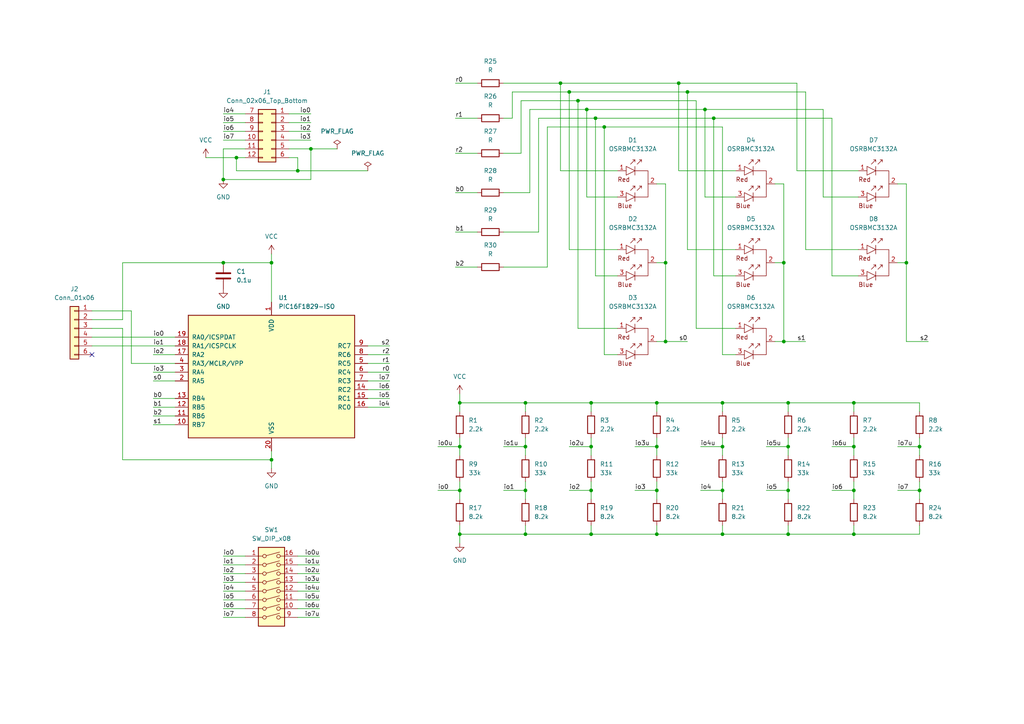
<source format=kicad_sch>
(kicad_sch (version 20211123) (generator eeschema)

  (uuid 82e3fc94-3ff9-4a01-ab77-4325528367c0)

  (paper "A4")

  (lib_symbols
    (symbol "Connector_Generic:Conn_01x06" (pin_names (offset 1.016) hide) (in_bom yes) (on_board yes)
      (property "Reference" "J" (id 0) (at 0 7.62 0)
        (effects (font (size 1.27 1.27)))
      )
      (property "Value" "Conn_01x06" (id 1) (at 0 -10.16 0)
        (effects (font (size 1.27 1.27)))
      )
      (property "Footprint" "" (id 2) (at 0 0 0)
        (effects (font (size 1.27 1.27)) hide)
      )
      (property "Datasheet" "~" (id 3) (at 0 0 0)
        (effects (font (size 1.27 1.27)) hide)
      )
      (property "ki_keywords" "connector" (id 4) (at 0 0 0)
        (effects (font (size 1.27 1.27)) hide)
      )
      (property "ki_description" "Generic connector, single row, 01x06, script generated (kicad-library-utils/schlib/autogen/connector/)" (id 5) (at 0 0 0)
        (effects (font (size 1.27 1.27)) hide)
      )
      (property "ki_fp_filters" "Connector*:*_1x??_*" (id 6) (at 0 0 0)
        (effects (font (size 1.27 1.27)) hide)
      )
      (symbol "Conn_01x06_1_1"
        (rectangle (start -1.27 -7.493) (end 0 -7.747)
          (stroke (width 0.1524) (type default) (color 0 0 0 0))
          (fill (type none))
        )
        (rectangle (start -1.27 -4.953) (end 0 -5.207)
          (stroke (width 0.1524) (type default) (color 0 0 0 0))
          (fill (type none))
        )
        (rectangle (start -1.27 -2.413) (end 0 -2.667)
          (stroke (width 0.1524) (type default) (color 0 0 0 0))
          (fill (type none))
        )
        (rectangle (start -1.27 0.127) (end 0 -0.127)
          (stroke (width 0.1524) (type default) (color 0 0 0 0))
          (fill (type none))
        )
        (rectangle (start -1.27 2.667) (end 0 2.413)
          (stroke (width 0.1524) (type default) (color 0 0 0 0))
          (fill (type none))
        )
        (rectangle (start -1.27 5.207) (end 0 4.953)
          (stroke (width 0.1524) (type default) (color 0 0 0 0))
          (fill (type none))
        )
        (rectangle (start -1.27 6.35) (end 1.27 -8.89)
          (stroke (width 0.254) (type default) (color 0 0 0 0))
          (fill (type background))
        )
        (pin passive line (at -5.08 5.08 0) (length 3.81)
          (name "Pin_1" (effects (font (size 1.27 1.27))))
          (number "1" (effects (font (size 1.27 1.27))))
        )
        (pin passive line (at -5.08 2.54 0) (length 3.81)
          (name "Pin_2" (effects (font (size 1.27 1.27))))
          (number "2" (effects (font (size 1.27 1.27))))
        )
        (pin passive line (at -5.08 0 0) (length 3.81)
          (name "Pin_3" (effects (font (size 1.27 1.27))))
          (number "3" (effects (font (size 1.27 1.27))))
        )
        (pin passive line (at -5.08 -2.54 0) (length 3.81)
          (name "Pin_4" (effects (font (size 1.27 1.27))))
          (number "4" (effects (font (size 1.27 1.27))))
        )
        (pin passive line (at -5.08 -5.08 0) (length 3.81)
          (name "Pin_5" (effects (font (size 1.27 1.27))))
          (number "5" (effects (font (size 1.27 1.27))))
        )
        (pin passive line (at -5.08 -7.62 0) (length 3.81)
          (name "Pin_6" (effects (font (size 1.27 1.27))))
          (number "6" (effects (font (size 1.27 1.27))))
        )
      )
    )
    (symbol "Connector_Generic:Conn_02x06_Top_Bottom" (pin_names (offset 1.016) hide) (in_bom yes) (on_board yes)
      (property "Reference" "J" (id 0) (at 1.27 7.62 0)
        (effects (font (size 1.27 1.27)))
      )
      (property "Value" "Conn_02x06_Top_Bottom" (id 1) (at 1.27 -10.16 0)
        (effects (font (size 1.27 1.27)))
      )
      (property "Footprint" "" (id 2) (at 0 0 0)
        (effects (font (size 1.27 1.27)) hide)
      )
      (property "Datasheet" "~" (id 3) (at 0 0 0)
        (effects (font (size 1.27 1.27)) hide)
      )
      (property "ki_keywords" "connector" (id 4) (at 0 0 0)
        (effects (font (size 1.27 1.27)) hide)
      )
      (property "ki_description" "Generic connector, double row, 02x06, top/bottom pin numbering scheme (row 1: 1...pins_per_row, row2: pins_per_row+1 ... num_pins), script generated (kicad-library-utils/schlib/autogen/connector/)" (id 5) (at 0 0 0)
        (effects (font (size 1.27 1.27)) hide)
      )
      (property "ki_fp_filters" "Connector*:*_2x??_*" (id 6) (at 0 0 0)
        (effects (font (size 1.27 1.27)) hide)
      )
      (symbol "Conn_02x06_Top_Bottom_1_1"
        (rectangle (start -1.27 -7.493) (end 0 -7.747)
          (stroke (width 0.1524) (type default) (color 0 0 0 0))
          (fill (type none))
        )
        (rectangle (start -1.27 -4.953) (end 0 -5.207)
          (stroke (width 0.1524) (type default) (color 0 0 0 0))
          (fill (type none))
        )
        (rectangle (start -1.27 -2.413) (end 0 -2.667)
          (stroke (width 0.1524) (type default) (color 0 0 0 0))
          (fill (type none))
        )
        (rectangle (start -1.27 0.127) (end 0 -0.127)
          (stroke (width 0.1524) (type default) (color 0 0 0 0))
          (fill (type none))
        )
        (rectangle (start -1.27 2.667) (end 0 2.413)
          (stroke (width 0.1524) (type default) (color 0 0 0 0))
          (fill (type none))
        )
        (rectangle (start -1.27 5.207) (end 0 4.953)
          (stroke (width 0.1524) (type default) (color 0 0 0 0))
          (fill (type none))
        )
        (rectangle (start -1.27 6.35) (end 3.81 -8.89)
          (stroke (width 0.254) (type default) (color 0 0 0 0))
          (fill (type background))
        )
        (rectangle (start 3.81 -7.493) (end 2.54 -7.747)
          (stroke (width 0.1524) (type default) (color 0 0 0 0))
          (fill (type none))
        )
        (rectangle (start 3.81 -4.953) (end 2.54 -5.207)
          (stroke (width 0.1524) (type default) (color 0 0 0 0))
          (fill (type none))
        )
        (rectangle (start 3.81 -2.413) (end 2.54 -2.667)
          (stroke (width 0.1524) (type default) (color 0 0 0 0))
          (fill (type none))
        )
        (rectangle (start 3.81 0.127) (end 2.54 -0.127)
          (stroke (width 0.1524) (type default) (color 0 0 0 0))
          (fill (type none))
        )
        (rectangle (start 3.81 2.667) (end 2.54 2.413)
          (stroke (width 0.1524) (type default) (color 0 0 0 0))
          (fill (type none))
        )
        (rectangle (start 3.81 5.207) (end 2.54 4.953)
          (stroke (width 0.1524) (type default) (color 0 0 0 0))
          (fill (type none))
        )
        (pin passive line (at -5.08 5.08 0) (length 3.81)
          (name "Pin_1" (effects (font (size 1.27 1.27))))
          (number "1" (effects (font (size 1.27 1.27))))
        )
        (pin passive line (at 7.62 -2.54 180) (length 3.81)
          (name "Pin_10" (effects (font (size 1.27 1.27))))
          (number "10" (effects (font (size 1.27 1.27))))
        )
        (pin passive line (at 7.62 -5.08 180) (length 3.81)
          (name "Pin_11" (effects (font (size 1.27 1.27))))
          (number "11" (effects (font (size 1.27 1.27))))
        )
        (pin passive line (at 7.62 -7.62 180) (length 3.81)
          (name "Pin_12" (effects (font (size 1.27 1.27))))
          (number "12" (effects (font (size 1.27 1.27))))
        )
        (pin passive line (at -5.08 2.54 0) (length 3.81)
          (name "Pin_2" (effects (font (size 1.27 1.27))))
          (number "2" (effects (font (size 1.27 1.27))))
        )
        (pin passive line (at -5.08 0 0) (length 3.81)
          (name "Pin_3" (effects (font (size 1.27 1.27))))
          (number "3" (effects (font (size 1.27 1.27))))
        )
        (pin passive line (at -5.08 -2.54 0) (length 3.81)
          (name "Pin_4" (effects (font (size 1.27 1.27))))
          (number "4" (effects (font (size 1.27 1.27))))
        )
        (pin passive line (at -5.08 -5.08 0) (length 3.81)
          (name "Pin_5" (effects (font (size 1.27 1.27))))
          (number "5" (effects (font (size 1.27 1.27))))
        )
        (pin passive line (at -5.08 -7.62 0) (length 3.81)
          (name "Pin_6" (effects (font (size 1.27 1.27))))
          (number "6" (effects (font (size 1.27 1.27))))
        )
        (pin passive line (at 7.62 5.08 180) (length 3.81)
          (name "Pin_7" (effects (font (size 1.27 1.27))))
          (number "7" (effects (font (size 1.27 1.27))))
        )
        (pin passive line (at 7.62 2.54 180) (length 3.81)
          (name "Pin_8" (effects (font (size 1.27 1.27))))
          (number "8" (effects (font (size 1.27 1.27))))
        )
        (pin passive line (at 7.62 0 180) (length 3.81)
          (name "Pin_9" (effects (font (size 1.27 1.27))))
          (number "9" (effects (font (size 1.27 1.27))))
        )
      )
    )
    (symbol "Device:C" (pin_numbers hide) (pin_names (offset 0.254)) (in_bom yes) (on_board yes)
      (property "Reference" "C" (id 0) (at 0.635 2.54 0)
        (effects (font (size 1.27 1.27)) (justify left))
      )
      (property "Value" "C" (id 1) (at 0.635 -2.54 0)
        (effects (font (size 1.27 1.27)) (justify left))
      )
      (property "Footprint" "" (id 2) (at 0.9652 -3.81 0)
        (effects (font (size 1.27 1.27)) hide)
      )
      (property "Datasheet" "~" (id 3) (at 0 0 0)
        (effects (font (size 1.27 1.27)) hide)
      )
      (property "ki_keywords" "cap capacitor" (id 4) (at 0 0 0)
        (effects (font (size 1.27 1.27)) hide)
      )
      (property "ki_description" "Unpolarized capacitor" (id 5) (at 0 0 0)
        (effects (font (size 1.27 1.27)) hide)
      )
      (property "ki_fp_filters" "C_*" (id 6) (at 0 0 0)
        (effects (font (size 1.27 1.27)) hide)
      )
      (symbol "C_0_1"
        (polyline
          (pts
            (xy -2.032 -0.762)
            (xy 2.032 -0.762)
          )
          (stroke (width 0.508) (type default) (color 0 0 0 0))
          (fill (type none))
        )
        (polyline
          (pts
            (xy -2.032 0.762)
            (xy 2.032 0.762)
          )
          (stroke (width 0.508) (type default) (color 0 0 0 0))
          (fill (type none))
        )
      )
      (symbol "C_1_1"
        (pin passive line (at 0 3.81 270) (length 2.794)
          (name "~" (effects (font (size 1.27 1.27))))
          (number "1" (effects (font (size 1.27 1.27))))
        )
        (pin passive line (at 0 -3.81 90) (length 2.794)
          (name "~" (effects (font (size 1.27 1.27))))
          (number "2" (effects (font (size 1.27 1.27))))
        )
      )
    )
    (symbol "Device:R" (pin_numbers hide) (pin_names (offset 0)) (in_bom yes) (on_board yes)
      (property "Reference" "R" (id 0) (at 2.032 0 90)
        (effects (font (size 1.27 1.27)))
      )
      (property "Value" "R" (id 1) (at 0 0 90)
        (effects (font (size 1.27 1.27)))
      )
      (property "Footprint" "" (id 2) (at -1.778 0 90)
        (effects (font (size 1.27 1.27)) hide)
      )
      (property "Datasheet" "~" (id 3) (at 0 0 0)
        (effects (font (size 1.27 1.27)) hide)
      )
      (property "ki_keywords" "R res resistor" (id 4) (at 0 0 0)
        (effects (font (size 1.27 1.27)) hide)
      )
      (property "ki_description" "Resistor" (id 5) (at 0 0 0)
        (effects (font (size 1.27 1.27)) hide)
      )
      (property "ki_fp_filters" "R_*" (id 6) (at 0 0 0)
        (effects (font (size 1.27 1.27)) hide)
      )
      (symbol "R_0_1"
        (rectangle (start -1.016 -2.54) (end 1.016 2.54)
          (stroke (width 0.254) (type default) (color 0 0 0 0))
          (fill (type none))
        )
      )
      (symbol "R_1_1"
        (pin passive line (at 0 3.81 270) (length 1.27)
          (name "~" (effects (font (size 1.27 1.27))))
          (number "1" (effects (font (size 1.27 1.27))))
        )
        (pin passive line (at 0 -3.81 90) (length 1.27)
          (name "~" (effects (font (size 1.27 1.27))))
          (number "2" (effects (font (size 1.27 1.27))))
        )
      )
    )
    (symbol "MCU_Microchip_PIC16:PIC16F1829-ISO" (pin_names (offset 1.016)) (in_bom yes) (on_board yes)
      (property "Reference" "U" (id 0) (at -24.13 22.86 0)
        (effects (font (size 1.27 1.27)) (justify left))
      )
      (property "Value" "PIC16F1829-ISO" (id 1) (at -24.13 20.32 0)
        (effects (font (size 1.27 1.27)) (justify left))
      )
      (property "Footprint" "" (id 2) (at 0 -13.97 0)
        (effects (font (size 1.27 1.27)) hide)
      )
      (property "Datasheet" "http://ww1.microchip.com/downloads/en/DeviceDoc/41440C.pdf" (id 3) (at 0 -13.97 0)
        (effects (font (size 1.27 1.27)) hide)
      )
      (property "ki_keywords" "Flash-Based 8-Bit CMOS Microcontroller Low Power" (id 4) (at 0 0 0)
        (effects (font (size 1.27 1.27)) hide)
      )
      (property "ki_description" "Flash-Based, 8-Bit CMOS Microcontrollers, SOIC" (id 5) (at 0 0 0)
        (effects (font (size 1.27 1.27)) hide)
      )
      (property "ki_fp_filters" "DIP*W7.62mm* SOIC*3.9x8.7mm*P1.27mm* TSSOP*4.4x5mm*P0.65mm*" (id 6) (at 0 0 0)
        (effects (font (size 1.27 1.27)) hide)
      )
      (symbol "PIC16F1829-ISO_0_1"
        (rectangle (start -24.13 19.05) (end 24.13 -16.51)
          (stroke (width 0.254) (type default) (color 0 0 0 0))
          (fill (type background))
        )
      )
      (symbol "PIC16F1829-ISO_1_1"
        (pin power_in line (at 0 22.86 270) (length 3.81)
          (name "VDD" (effects (font (size 1.27 1.27))))
          (number "1" (effects (font (size 1.27 1.27))))
        )
        (pin bidirectional line (at -27.94 -12.7 0) (length 3.81)
          (name "RB7" (effects (font (size 1.27 1.27))))
          (number "10" (effects (font (size 1.27 1.27))))
        )
        (pin bidirectional line (at -27.94 -10.16 0) (length 3.81)
          (name "RB6" (effects (font (size 1.27 1.27))))
          (number "11" (effects (font (size 1.27 1.27))))
        )
        (pin bidirectional line (at -27.94 -7.62 0) (length 3.81)
          (name "RB5" (effects (font (size 1.27 1.27))))
          (number "12" (effects (font (size 1.27 1.27))))
        )
        (pin bidirectional line (at -27.94 -5.08 0) (length 3.81)
          (name "RB4" (effects (font (size 1.27 1.27))))
          (number "13" (effects (font (size 1.27 1.27))))
        )
        (pin bidirectional line (at 27.94 -2.54 180) (length 3.81)
          (name "RC2" (effects (font (size 1.27 1.27))))
          (number "14" (effects (font (size 1.27 1.27))))
        )
        (pin bidirectional line (at 27.94 -5.08 180) (length 3.81)
          (name "RC1" (effects (font (size 1.27 1.27))))
          (number "15" (effects (font (size 1.27 1.27))))
        )
        (pin bidirectional line (at 27.94 -7.62 180) (length 3.81)
          (name "RC0" (effects (font (size 1.27 1.27))))
          (number "16" (effects (font (size 1.27 1.27))))
        )
        (pin bidirectional line (at -27.94 7.62 0) (length 3.81)
          (name "RA2" (effects (font (size 1.27 1.27))))
          (number "17" (effects (font (size 1.27 1.27))))
        )
        (pin bidirectional line (at -27.94 10.16 0) (length 3.81)
          (name "RA1/ICSPCLK" (effects (font (size 1.27 1.27))))
          (number "18" (effects (font (size 1.27 1.27))))
        )
        (pin bidirectional line (at -27.94 12.7 0) (length 3.81)
          (name "RA0/ICSPDAT" (effects (font (size 1.27 1.27))))
          (number "19" (effects (font (size 1.27 1.27))))
        )
        (pin bidirectional line (at -27.94 0 0) (length 3.81)
          (name "RA5" (effects (font (size 1.27 1.27))))
          (number "2" (effects (font (size 1.27 1.27))))
        )
        (pin power_in line (at 0 -20.32 90) (length 3.81)
          (name "VSS" (effects (font (size 1.27 1.27))))
          (number "20" (effects (font (size 1.27 1.27))))
        )
        (pin bidirectional line (at -27.94 2.54 0) (length 3.81)
          (name "RA4" (effects (font (size 1.27 1.27))))
          (number "3" (effects (font (size 1.27 1.27))))
        )
        (pin bidirectional line (at -27.94 5.08 0) (length 3.81)
          (name "RA3/MCLR/VPP" (effects (font (size 1.27 1.27))))
          (number "4" (effects (font (size 1.27 1.27))))
        )
        (pin bidirectional line (at 27.94 5.08 180) (length 3.81)
          (name "RC5" (effects (font (size 1.27 1.27))))
          (number "5" (effects (font (size 1.27 1.27))))
        )
        (pin bidirectional line (at 27.94 2.54 180) (length 3.81)
          (name "RC4" (effects (font (size 1.27 1.27))))
          (number "6" (effects (font (size 1.27 1.27))))
        )
        (pin bidirectional line (at 27.94 0 180) (length 3.81)
          (name "RC3" (effects (font (size 1.27 1.27))))
          (number "7" (effects (font (size 1.27 1.27))))
        )
        (pin bidirectional line (at 27.94 7.62 180) (length 3.81)
          (name "RC6" (effects (font (size 1.27 1.27))))
          (number "8" (effects (font (size 1.27 1.27))))
        )
        (pin bidirectional line (at 27.94 10.16 180) (length 3.81)
          (name "RC7" (effects (font (size 1.27 1.27))))
          (number "9" (effects (font (size 1.27 1.27))))
        )
      )
    )
    (symbol "MyLibrary:OSRBMC3132A" (in_bom yes) (on_board yes)
      (property "Reference" "D" (id 0) (at 0 8.89 0)
        (effects (font (size 1.27 1.27)))
      )
      (property "Value" "OSRBMC3132A" (id 1) (at 0 -8.89 0)
        (effects (font (size 1.27 1.27)))
      )
      (property "Footprint" "" (id 2) (at 0 -1.27 0)
        (effects (font (size 1.27 1.27)) hide)
      )
      (property "Datasheet" "" (id 3) (at 0 -1.27 0)
        (effects (font (size 1.27 1.27)) hide)
      )
      (property "ki_description" "2-color Common Cathode LED" (id 4) (at 0 0 0)
        (effects (font (size 1.27 1.27)) hide)
      )
      (symbol "OSRBMC3132A_0_0"
        (text "Blue" (at -5.08 -6.35 0)
          (effects (font (size 1.27 1.27)) (justify left))
        )
        (text "Red" (at -5.08 1.27 0)
          (effects (font (size 1.27 1.27)) (justify left))
        )
      )
      (symbol "OSRBMC3132A_0_1"
        (polyline
          (pts
            (xy -1.27 -1.905)
            (xy 0 -0.635)
          )
          (stroke (width 0) (type default) (color 0 0 0 0))
          (fill (type none))
        )
        (polyline
          (pts
            (xy -1.27 5.715)
            (xy 0 6.985)
          )
          (stroke (width 0) (type default) (color 0 0 0 0))
          (fill (type none))
        )
        (polyline
          (pts
            (xy 0 -2.54)
            (xy 0 -5.08)
          )
          (stroke (width 0) (type default) (color 0 0 0 0))
          (fill (type none))
        )
        (polyline
          (pts
            (xy 0 -0.635)
            (xy -0.635 -0.635)
          )
          (stroke (width 0) (type default) (color 0 0 0 0))
          (fill (type none))
        )
        (polyline
          (pts
            (xy 0 -0.635)
            (xy 0 -1.27)
          )
          (stroke (width 0) (type default) (color 0 0 0 0))
          (fill (type none))
        )
        (polyline
          (pts
            (xy 0 5.08)
            (xy 0 2.54)
          )
          (stroke (width 0) (type default) (color 0 0 0 0))
          (fill (type none))
        )
        (polyline
          (pts
            (xy 0 6.985)
            (xy -0.635 6.985)
          )
          (stroke (width 0) (type default) (color 0 0 0 0))
          (fill (type none))
        )
        (polyline
          (pts
            (xy 0 6.985)
            (xy 0 6.35)
          )
          (stroke (width 0) (type default) (color 0 0 0 0))
          (fill (type none))
        )
        (polyline
          (pts
            (xy 0.635 -1.905)
            (xy 1.905 -0.635)
          )
          (stroke (width 0) (type default) (color 0 0 0 0))
          (fill (type none))
        )
        (polyline
          (pts
            (xy 0.635 5.715)
            (xy 1.905 6.985)
          )
          (stroke (width 0) (type default) (color 0 0 0 0))
          (fill (type none))
        )
        (polyline
          (pts
            (xy 1.905 -0.635)
            (xy 1.27 -0.635)
          )
          (stroke (width 0) (type default) (color 0 0 0 0))
          (fill (type none))
        )
        (polyline
          (pts
            (xy 1.905 -0.635)
            (xy 1.905 -1.27)
          )
          (stroke (width 0) (type default) (color 0 0 0 0))
          (fill (type none))
        )
        (polyline
          (pts
            (xy 1.905 6.985)
            (xy 1.27 6.985)
          )
          (stroke (width 0) (type default) (color 0 0 0 0))
          (fill (type none))
        )
        (polyline
          (pts
            (xy 1.905 6.985)
            (xy 1.905 6.35)
          )
          (stroke (width 0) (type default) (color 0 0 0 0))
          (fill (type none))
        )
        (polyline
          (pts
            (xy -2.54 -2.54)
            (xy -2.54 -5.08)
            (xy 0 -3.81)
            (xy -2.54 -2.54)
          )
          (stroke (width 0) (type default) (color 0 0 0 0))
          (fill (type none))
        )
        (polyline
          (pts
            (xy -2.54 5.08)
            (xy -2.54 2.54)
            (xy 0 3.81)
            (xy -2.54 5.08)
          )
          (stroke (width 0) (type default) (color 0 0 0 0))
          (fill (type none))
        )
        (polyline
          (pts
            (xy 0 3.81)
            (xy 3.81 3.81)
            (xy 3.81 -3.81)
            (xy 0 -3.81)
          )
          (stroke (width 0) (type default) (color 0 0 0 0))
          (fill (type none))
        )
      )
      (symbol "OSRBMC3132A_1_1"
        (pin passive line (at -5.08 3.81 0) (length 2.54)
          (name "" (effects (font (size 1.27 1.27))))
          (number "1" (effects (font (size 1.27 1.27))))
        )
        (pin passive line (at 6.35 0 180) (length 2.54)
          (name "" (effects (font (size 1.27 1.27))))
          (number "2" (effects (font (size 1.27 1.27))))
        )
        (pin passive line (at -5.08 -3.81 0) (length 2.54)
          (name "" (effects (font (size 1.27 1.27))))
          (number "3" (effects (font (size 1.27 1.27))))
        )
      )
    )
    (symbol "Switch:SW_DIP_x08" (pin_names (offset 0) hide) (in_bom yes) (on_board yes)
      (property "Reference" "SW" (id 0) (at 0 13.97 0)
        (effects (font (size 1.27 1.27)))
      )
      (property "Value" "SW_DIP_x08" (id 1) (at 0 -11.43 0)
        (effects (font (size 1.27 1.27)))
      )
      (property "Footprint" "" (id 2) (at 0 0 0)
        (effects (font (size 1.27 1.27)) hide)
      )
      (property "Datasheet" "~" (id 3) (at 0 0 0)
        (effects (font (size 1.27 1.27)) hide)
      )
      (property "ki_keywords" "dip switch" (id 4) (at 0 0 0)
        (effects (font (size 1.27 1.27)) hide)
      )
      (property "ki_description" "8x DIP Switch, Single Pole Single Throw (SPST) switch, small symbol" (id 5) (at 0 0 0)
        (effects (font (size 1.27 1.27)) hide)
      )
      (property "ki_fp_filters" "SW?DIP?x8*" (id 6) (at 0 0 0)
        (effects (font (size 1.27 1.27)) hide)
      )
      (symbol "SW_DIP_x08_0_0"
        (circle (center -2.032 -7.62) (radius 0.508)
          (stroke (width 0) (type default) (color 0 0 0 0))
          (fill (type none))
        )
        (circle (center -2.032 -5.08) (radius 0.508)
          (stroke (width 0) (type default) (color 0 0 0 0))
          (fill (type none))
        )
        (circle (center -2.032 -2.54) (radius 0.508)
          (stroke (width 0) (type default) (color 0 0 0 0))
          (fill (type none))
        )
        (circle (center -2.032 0) (radius 0.508)
          (stroke (width 0) (type default) (color 0 0 0 0))
          (fill (type none))
        )
        (circle (center -2.032 2.54) (radius 0.508)
          (stroke (width 0) (type default) (color 0 0 0 0))
          (fill (type none))
        )
        (circle (center -2.032 5.08) (radius 0.508)
          (stroke (width 0) (type default) (color 0 0 0 0))
          (fill (type none))
        )
        (circle (center -2.032 7.62) (radius 0.508)
          (stroke (width 0) (type default) (color 0 0 0 0))
          (fill (type none))
        )
        (circle (center -2.032 10.16) (radius 0.508)
          (stroke (width 0) (type default) (color 0 0 0 0))
          (fill (type none))
        )
        (polyline
          (pts
            (xy -1.524 -7.4676)
            (xy 2.3622 -6.4262)
          )
          (stroke (width 0) (type default) (color 0 0 0 0))
          (fill (type none))
        )
        (polyline
          (pts
            (xy -1.524 -4.9276)
            (xy 2.3622 -3.8862)
          )
          (stroke (width 0) (type default) (color 0 0 0 0))
          (fill (type none))
        )
        (polyline
          (pts
            (xy -1.524 -2.3876)
            (xy 2.3622 -1.3462)
          )
          (stroke (width 0) (type default) (color 0 0 0 0))
          (fill (type none))
        )
        (polyline
          (pts
            (xy -1.524 0.127)
            (xy 2.3622 1.1684)
          )
          (stroke (width 0) (type default) (color 0 0 0 0))
          (fill (type none))
        )
        (polyline
          (pts
            (xy -1.524 2.667)
            (xy 2.3622 3.7084)
          )
          (stroke (width 0) (type default) (color 0 0 0 0))
          (fill (type none))
        )
        (polyline
          (pts
            (xy -1.524 5.207)
            (xy 2.3622 6.2484)
          )
          (stroke (width 0) (type default) (color 0 0 0 0))
          (fill (type none))
        )
        (polyline
          (pts
            (xy -1.524 7.747)
            (xy 2.3622 8.7884)
          )
          (stroke (width 0) (type default) (color 0 0 0 0))
          (fill (type none))
        )
        (polyline
          (pts
            (xy -1.524 10.287)
            (xy 2.3622 11.3284)
          )
          (stroke (width 0) (type default) (color 0 0 0 0))
          (fill (type none))
        )
        (circle (center 2.032 -7.62) (radius 0.508)
          (stroke (width 0) (type default) (color 0 0 0 0))
          (fill (type none))
        )
        (circle (center 2.032 -5.08) (radius 0.508)
          (stroke (width 0) (type default) (color 0 0 0 0))
          (fill (type none))
        )
        (circle (center 2.032 -2.54) (radius 0.508)
          (stroke (width 0) (type default) (color 0 0 0 0))
          (fill (type none))
        )
        (circle (center 2.032 0) (radius 0.508)
          (stroke (width 0) (type default) (color 0 0 0 0))
          (fill (type none))
        )
        (circle (center 2.032 2.54) (radius 0.508)
          (stroke (width 0) (type default) (color 0 0 0 0))
          (fill (type none))
        )
        (circle (center 2.032 5.08) (radius 0.508)
          (stroke (width 0) (type default) (color 0 0 0 0))
          (fill (type none))
        )
        (circle (center 2.032 7.62) (radius 0.508)
          (stroke (width 0) (type default) (color 0 0 0 0))
          (fill (type none))
        )
        (circle (center 2.032 10.16) (radius 0.508)
          (stroke (width 0) (type default) (color 0 0 0 0))
          (fill (type none))
        )
      )
      (symbol "SW_DIP_x08_0_1"
        (rectangle (start -3.81 12.7) (end 3.81 -10.16)
          (stroke (width 0.254) (type default) (color 0 0 0 0))
          (fill (type background))
        )
      )
      (symbol "SW_DIP_x08_1_1"
        (pin passive line (at -7.62 10.16 0) (length 5.08)
          (name "~" (effects (font (size 1.27 1.27))))
          (number "1" (effects (font (size 1.27 1.27))))
        )
        (pin passive line (at 7.62 -5.08 180) (length 5.08)
          (name "~" (effects (font (size 1.27 1.27))))
          (number "10" (effects (font (size 1.27 1.27))))
        )
        (pin passive line (at 7.62 -2.54 180) (length 5.08)
          (name "~" (effects (font (size 1.27 1.27))))
          (number "11" (effects (font (size 1.27 1.27))))
        )
        (pin passive line (at 7.62 0 180) (length 5.08)
          (name "~" (effects (font (size 1.27 1.27))))
          (number "12" (effects (font (size 1.27 1.27))))
        )
        (pin passive line (at 7.62 2.54 180) (length 5.08)
          (name "~" (effects (font (size 1.27 1.27))))
          (number "13" (effects (font (size 1.27 1.27))))
        )
        (pin passive line (at 7.62 5.08 180) (length 5.08)
          (name "~" (effects (font (size 1.27 1.27))))
          (number "14" (effects (font (size 1.27 1.27))))
        )
        (pin passive line (at 7.62 7.62 180) (length 5.08)
          (name "~" (effects (font (size 1.27 1.27))))
          (number "15" (effects (font (size 1.27 1.27))))
        )
        (pin passive line (at 7.62 10.16 180) (length 5.08)
          (name "~" (effects (font (size 1.27 1.27))))
          (number "16" (effects (font (size 1.27 1.27))))
        )
        (pin passive line (at -7.62 7.62 0) (length 5.08)
          (name "~" (effects (font (size 1.27 1.27))))
          (number "2" (effects (font (size 1.27 1.27))))
        )
        (pin passive line (at -7.62 5.08 0) (length 5.08)
          (name "~" (effects (font (size 1.27 1.27))))
          (number "3" (effects (font (size 1.27 1.27))))
        )
        (pin passive line (at -7.62 2.54 0) (length 5.08)
          (name "~" (effects (font (size 1.27 1.27))))
          (number "4" (effects (font (size 1.27 1.27))))
        )
        (pin passive line (at -7.62 0 0) (length 5.08)
          (name "~" (effects (font (size 1.27 1.27))))
          (number "5" (effects (font (size 1.27 1.27))))
        )
        (pin passive line (at -7.62 -2.54 0) (length 5.08)
          (name "~" (effects (font (size 1.27 1.27))))
          (number "6" (effects (font (size 1.27 1.27))))
        )
        (pin passive line (at -7.62 -5.08 0) (length 5.08)
          (name "~" (effects (font (size 1.27 1.27))))
          (number "7" (effects (font (size 1.27 1.27))))
        )
        (pin passive line (at -7.62 -7.62 0) (length 5.08)
          (name "~" (effects (font (size 1.27 1.27))))
          (number "8" (effects (font (size 1.27 1.27))))
        )
        (pin passive line (at 7.62 -7.62 180) (length 5.08)
          (name "~" (effects (font (size 1.27 1.27))))
          (number "9" (effects (font (size 1.27 1.27))))
        )
      )
    )
    (symbol "power:GND" (power) (pin_names (offset 0)) (in_bom yes) (on_board yes)
      (property "Reference" "#PWR" (id 0) (at 0 -6.35 0)
        (effects (font (size 1.27 1.27)) hide)
      )
      (property "Value" "GND" (id 1) (at 0 -3.81 0)
        (effects (font (size 1.27 1.27)))
      )
      (property "Footprint" "" (id 2) (at 0 0 0)
        (effects (font (size 1.27 1.27)) hide)
      )
      (property "Datasheet" "" (id 3) (at 0 0 0)
        (effects (font (size 1.27 1.27)) hide)
      )
      (property "ki_keywords" "power-flag" (id 4) (at 0 0 0)
        (effects (font (size 1.27 1.27)) hide)
      )
      (property "ki_description" "Power symbol creates a global label with name \"GND\" , ground" (id 5) (at 0 0 0)
        (effects (font (size 1.27 1.27)) hide)
      )
      (symbol "GND_0_1"
        (polyline
          (pts
            (xy 0 0)
            (xy 0 -1.27)
            (xy 1.27 -1.27)
            (xy 0 -2.54)
            (xy -1.27 -1.27)
            (xy 0 -1.27)
          )
          (stroke (width 0) (type default) (color 0 0 0 0))
          (fill (type none))
        )
      )
      (symbol "GND_1_1"
        (pin power_in line (at 0 0 270) (length 0) hide
          (name "GND" (effects (font (size 1.27 1.27))))
          (number "1" (effects (font (size 1.27 1.27))))
        )
      )
    )
    (symbol "power:PWR_FLAG" (power) (pin_numbers hide) (pin_names (offset 0) hide) (in_bom yes) (on_board yes)
      (property "Reference" "#FLG" (id 0) (at 0 1.905 0)
        (effects (font (size 1.27 1.27)) hide)
      )
      (property "Value" "PWR_FLAG" (id 1) (at 0 3.81 0)
        (effects (font (size 1.27 1.27)))
      )
      (property "Footprint" "" (id 2) (at 0 0 0)
        (effects (font (size 1.27 1.27)) hide)
      )
      (property "Datasheet" "~" (id 3) (at 0 0 0)
        (effects (font (size 1.27 1.27)) hide)
      )
      (property "ki_keywords" "power-flag" (id 4) (at 0 0 0)
        (effects (font (size 1.27 1.27)) hide)
      )
      (property "ki_description" "Special symbol for telling ERC where power comes from" (id 5) (at 0 0 0)
        (effects (font (size 1.27 1.27)) hide)
      )
      (symbol "PWR_FLAG_0_0"
        (pin power_out line (at 0 0 90) (length 0)
          (name "pwr" (effects (font (size 1.27 1.27))))
          (number "1" (effects (font (size 1.27 1.27))))
        )
      )
      (symbol "PWR_FLAG_0_1"
        (polyline
          (pts
            (xy 0 0)
            (xy 0 1.27)
            (xy -1.016 1.905)
            (xy 0 2.54)
            (xy 1.016 1.905)
            (xy 0 1.27)
          )
          (stroke (width 0) (type default) (color 0 0 0 0))
          (fill (type none))
        )
      )
    )
    (symbol "power:VCC" (power) (pin_names (offset 0)) (in_bom yes) (on_board yes)
      (property "Reference" "#PWR" (id 0) (at 0 -3.81 0)
        (effects (font (size 1.27 1.27)) hide)
      )
      (property "Value" "VCC" (id 1) (at 0 3.81 0)
        (effects (font (size 1.27 1.27)))
      )
      (property "Footprint" "" (id 2) (at 0 0 0)
        (effects (font (size 1.27 1.27)) hide)
      )
      (property "Datasheet" "" (id 3) (at 0 0 0)
        (effects (font (size 1.27 1.27)) hide)
      )
      (property "ki_keywords" "power-flag" (id 4) (at 0 0 0)
        (effects (font (size 1.27 1.27)) hide)
      )
      (property "ki_description" "Power symbol creates a global label with name \"VCC\"" (id 5) (at 0 0 0)
        (effects (font (size 1.27 1.27)) hide)
      )
      (symbol "VCC_0_1"
        (polyline
          (pts
            (xy -0.762 1.27)
            (xy 0 2.54)
          )
          (stroke (width 0) (type default) (color 0 0 0 0))
          (fill (type none))
        )
        (polyline
          (pts
            (xy 0 0)
            (xy 0 2.54)
          )
          (stroke (width 0) (type default) (color 0 0 0 0))
          (fill (type none))
        )
        (polyline
          (pts
            (xy 0 2.54)
            (xy 0.762 1.27)
          )
          (stroke (width 0) (type default) (color 0 0 0 0))
          (fill (type none))
        )
      )
      (symbol "VCC_1_1"
        (pin power_in line (at 0 0 90) (length 0) hide
          (name "VCC" (effects (font (size 1.27 1.27))))
          (number "1" (effects (font (size 1.27 1.27))))
        )
      )
    )
  )

  (junction (at 171.45 129.54) (diameter 0) (color 0 0 0 0)
    (uuid 01f17e52-2a83-427d-95b9-23df47e8f80e)
  )
  (junction (at 262.89 76.2) (diameter 0) (color 0 0 0 0)
    (uuid 06f96a9a-c641-4643-afc4-fe36dcfdd911)
  )
  (junction (at 190.5 142.24) (diameter 0) (color 0 0 0 0)
    (uuid 0ceafbd0-7e23-497c-9250-43157c0b7bd4)
  )
  (junction (at 152.4 116.84) (diameter 0) (color 0 0 0 0)
    (uuid 0f52a6b4-7ce8-46ef-aeb7-8bbe943bf379)
  )
  (junction (at 90.17 43.18) (diameter 0) (color 0 0 0 0)
    (uuid 1920be85-2725-411e-9254-f65a5f36f5d0)
  )
  (junction (at 171.45 142.24) (diameter 0) (color 0 0 0 0)
    (uuid 19db80d8-6ab7-4e75-a529-019a5aae625c)
  )
  (junction (at 209.55 116.84) (diameter 0) (color 0 0 0 0)
    (uuid 1f06ced3-ca28-4f9c-9ed9-c1e6cff2ba4f)
  )
  (junction (at 78.74 133.35) (diameter 0) (color 0 0 0 0)
    (uuid 21589873-14aa-49f0-981e-399cdc3a5c79)
  )
  (junction (at 193.04 99.06) (diameter 0) (color 0 0 0 0)
    (uuid 22b9f3ba-bb4c-46d1-b73a-29af44d576b2)
  )
  (junction (at 78.74 76.2) (diameter 0) (color 0 0 0 0)
    (uuid 28013d4f-c155-43b4-bfea-cd85955803c8)
  )
  (junction (at 86.36 49.53) (diameter 0) (color 0 0 0 0)
    (uuid 2b3004cf-f569-43fb-86ff-a5d0e08fd137)
  )
  (junction (at 209.55 154.94) (diameter 0) (color 0 0 0 0)
    (uuid 3082f7b8-7b78-49f3-9126-dcf71b3df3db)
  )
  (junction (at 167.64 29.21) (diameter 0) (color 0 0 0 0)
    (uuid 37f2ca25-ef71-459c-9b0b-526e7fe72dee)
  )
  (junction (at 228.6 116.84) (diameter 0) (color 0 0 0 0)
    (uuid 428618f7-c097-46d2-b949-1999214c21c3)
  )
  (junction (at 133.35 142.24) (diameter 0) (color 0 0 0 0)
    (uuid 51aaa91c-5d3a-4969-b462-b70399bfc3a6)
  )
  (junction (at 247.65 129.54) (diameter 0) (color 0 0 0 0)
    (uuid 5656bc16-56a3-40e0-82a5-4ce31e31a043)
  )
  (junction (at 190.5 129.54) (diameter 0) (color 0 0 0 0)
    (uuid 5748d9d3-dc2f-4429-b465-2f0dd77b728d)
  )
  (junction (at 266.7 142.24) (diameter 0) (color 0 0 0 0)
    (uuid 69ecc865-c862-48f0-ac8f-5672f9fc1122)
  )
  (junction (at 193.04 76.2) (diameter 0) (color 0 0 0 0)
    (uuid 763b7895-42ef-4b78-95a1-0e3e0ff2c3ba)
  )
  (junction (at 133.35 129.54) (diameter 0) (color 0 0 0 0)
    (uuid 7939d56b-5e31-42d9-914f-cd0a7700c717)
  )
  (junction (at 171.45 116.84) (diameter 0) (color 0 0 0 0)
    (uuid 7bc288ef-d866-44cd-a099-ef0ecbfe3899)
  )
  (junction (at 209.55 129.54) (diameter 0) (color 0 0 0 0)
    (uuid 81290f55-4559-4d2d-90c4-92d9ea59c1cd)
  )
  (junction (at 199.39 26.67) (diameter 0) (color 0 0 0 0)
    (uuid 847a9d90-9b74-4a28-a578-3e0b52fc6dd8)
  )
  (junction (at 152.4 142.24) (diameter 0) (color 0 0 0 0)
    (uuid 8828106d-ffd3-415b-82ba-f307dc60d166)
  )
  (junction (at 247.65 142.24) (diameter 0) (color 0 0 0 0)
    (uuid 8a768322-1e69-4e25-be1d-702b5744752f)
  )
  (junction (at 207.01 34.29) (diameter 0) (color 0 0 0 0)
    (uuid 8f5bac2c-d3d5-431f-9e6d-8b788a0350c7)
  )
  (junction (at 228.6 154.94) (diameter 0) (color 0 0 0 0)
    (uuid 954891ac-52a4-4f3e-ada4-a19977fa87b6)
  )
  (junction (at 228.6 129.54) (diameter 0) (color 0 0 0 0)
    (uuid 971349b8-891e-42ef-9974-3850ef4ca3d7)
  )
  (junction (at 227.33 76.2) (diameter 0) (color 0 0 0 0)
    (uuid 9a938d1f-86fb-42c8-8f12-b2fe8dfe1f55)
  )
  (junction (at 133.35 116.84) (diameter 0) (color 0 0 0 0)
    (uuid a1d23842-da91-4535-908d-86e621650894)
  )
  (junction (at 266.7 129.54) (diameter 0) (color 0 0 0 0)
    (uuid a469b9d1-c068-4035-8889-507d9779b1f4)
  )
  (junction (at 68.58 45.72) (diameter 0) (color 0 0 0 0)
    (uuid a4d102c6-80eb-4a3b-a198-40649859d2fd)
  )
  (junction (at 170.18 31.75) (diameter 0) (color 0 0 0 0)
    (uuid a50cf53d-faa2-412b-82a2-6a283f3019c9)
  )
  (junction (at 227.33 99.06) (diameter 0) (color 0 0 0 0)
    (uuid ae66ef6f-5d52-4b3b-9ada-ca56c7509ea2)
  )
  (junction (at 204.47 31.75) (diameter 0) (color 0 0 0 0)
    (uuid ae794d41-14e7-49b2-8c0f-84b97fc83d4e)
  )
  (junction (at 196.85 24.13) (diameter 0) (color 0 0 0 0)
    (uuid b52baa25-5d68-46f4-b34f-207d8fe5556b)
  )
  (junction (at 64.77 52.07) (diameter 0) (color 0 0 0 0)
    (uuid b9e25587-4992-4eee-9160-45529b6d62de)
  )
  (junction (at 64.77 76.2) (diameter 0) (color 0 0 0 0)
    (uuid bf911768-6876-424c-81c1-eee50b468952)
  )
  (junction (at 228.6 142.24) (diameter 0) (color 0 0 0 0)
    (uuid c3d8849f-bf3b-4ce7-b99e-3a96140dbf6e)
  )
  (junction (at 172.72 34.29) (diameter 0) (color 0 0 0 0)
    (uuid cb3e4a4b-c96f-4735-8132-f4f3d9ad3d60)
  )
  (junction (at 175.26 36.83) (diameter 0) (color 0 0 0 0)
    (uuid cb55e8cd-b696-4781-8d78-e69c4f4c1f3f)
  )
  (junction (at 133.35 154.94) (diameter 0) (color 0 0 0 0)
    (uuid ccfb0ec9-e1c0-4b06-bc96-b0c8dc5291e7)
  )
  (junction (at 162.56 24.13) (diameter 0) (color 0 0 0 0)
    (uuid d0d47b94-acc0-4858-9be3-f2753334cd09)
  )
  (junction (at 209.55 142.24) (diameter 0) (color 0 0 0 0)
    (uuid d558b9e5-1ad1-4bf4-9719-10215e596ec4)
  )
  (junction (at 152.4 129.54) (diameter 0) (color 0 0 0 0)
    (uuid d5cee3a0-4a1e-4cf6-b052-248c44a88f9e)
  )
  (junction (at 247.65 154.94) (diameter 0) (color 0 0 0 0)
    (uuid d9052757-1149-4a18-bca1-15cce7036d8f)
  )
  (junction (at 247.65 116.84) (diameter 0) (color 0 0 0 0)
    (uuid dcc483f9-8c80-405d-aedc-01dba1768727)
  )
  (junction (at 165.1 26.67) (diameter 0) (color 0 0 0 0)
    (uuid e29471ff-8d0c-4a59-866e-28b3e61fe634)
  )
  (junction (at 152.4 154.94) (diameter 0) (color 0 0 0 0)
    (uuid e8d6e031-2951-46a1-9dde-d26b459b44cf)
  )
  (junction (at 190.5 116.84) (diameter 0) (color 0 0 0 0)
    (uuid ee209c15-4b5b-4d60-a5b3-99214578f7ee)
  )
  (junction (at 171.45 154.94) (diameter 0) (color 0 0 0 0)
    (uuid ef50af80-6b51-4136-9977-6b67a68c8508)
  )
  (junction (at 190.5 154.94) (diameter 0) (color 0 0 0 0)
    (uuid fd145cf4-54cf-4d3e-b46e-ce8806dd0cb5)
  )

  (no_connect (at 26.67 102.87) (uuid b4918546-66b5-4d70-af08-b230eff2e9ec))

  (wire (pts (xy 209.55 139.7) (xy 209.55 142.24))
    (stroke (width 0) (type default) (color 0 0 0 0))
    (uuid 008ebe0c-0b1d-4975-8bce-bf2fac21fc2b)
  )
  (wire (pts (xy 78.74 135.89) (xy 78.74 133.35))
    (stroke (width 0) (type default) (color 0 0 0 0))
    (uuid 00d13fa7-90c6-4bd6-b58a-8514a7b34f0c)
  )
  (wire (pts (xy 167.64 29.21) (xy 201.93 29.21))
    (stroke (width 0) (type default) (color 0 0 0 0))
    (uuid 022556cc-62e8-4f28-9e58-7a277115f23e)
  )
  (wire (pts (xy 171.45 152.4) (xy 171.45 154.94))
    (stroke (width 0) (type default) (color 0 0 0 0))
    (uuid 055e60b6-1ced-4060-90f7-e61f819051ef)
  )
  (wire (pts (xy 44.45 120.65) (xy 50.8 120.65))
    (stroke (width 0) (type default) (color 0 0 0 0))
    (uuid 06be2c67-9e5a-4ca3-8226-102b0381dd0f)
  )
  (wire (pts (xy 152.4 127) (xy 152.4 129.54))
    (stroke (width 0) (type default) (color 0 0 0 0))
    (uuid 084a6378-1ced-4275-9882-6b285c170c19)
  )
  (wire (pts (xy 241.3 80.01) (xy 241.3 34.29))
    (stroke (width 0) (type default) (color 0 0 0 0))
    (uuid 0bab3e14-7ce3-4c33-9fa2-1ba4ee4a882c)
  )
  (wire (pts (xy 266.7 139.7) (xy 266.7 142.24))
    (stroke (width 0) (type default) (color 0 0 0 0))
    (uuid 0bdb20d3-cdfa-460a-8755-44035b4fe524)
  )
  (wire (pts (xy 266.7 154.94) (xy 247.65 154.94))
    (stroke (width 0) (type default) (color 0 0 0 0))
    (uuid 0ce38e01-d876-47a2-8e99-416c113131de)
  )
  (wire (pts (xy 171.45 142.24) (xy 171.45 144.78))
    (stroke (width 0) (type default) (color 0 0 0 0))
    (uuid 0e1ee7dc-d419-412a-9358-20393b1be966)
  )
  (wire (pts (xy 213.36 95.25) (xy 201.93 95.25))
    (stroke (width 0) (type default) (color 0 0 0 0))
    (uuid 0f4284d5-53b1-4041-b6df-322cad84b271)
  )
  (wire (pts (xy 132.08 34.29) (xy 138.43 34.29))
    (stroke (width 0) (type default) (color 0 0 0 0))
    (uuid 0f6a80c0-ff70-495e-89ee-59d9004b8013)
  )
  (wire (pts (xy 133.35 127) (xy 133.35 129.54))
    (stroke (width 0) (type default) (color 0 0 0 0))
    (uuid 1024210b-4074-4144-9413-7615f2e61424)
  )
  (wire (pts (xy 152.4 129.54) (xy 152.4 132.08))
    (stroke (width 0) (type default) (color 0 0 0 0))
    (uuid 125e1840-e237-46d2-a470-d86f9b1a1b3a)
  )
  (wire (pts (xy 170.18 57.15) (xy 170.18 31.75))
    (stroke (width 0) (type default) (color 0 0 0 0))
    (uuid 127ab7de-7a18-4f77-adf8-1894bd189400)
  )
  (wire (pts (xy 209.55 116.84) (xy 209.55 119.38))
    (stroke (width 0) (type default) (color 0 0 0 0))
    (uuid 12fce38d-1f36-44f6-874d-18282317900a)
  )
  (wire (pts (xy 266.7 142.24) (xy 266.7 144.78))
    (stroke (width 0) (type default) (color 0 0 0 0))
    (uuid 13b2f4c0-e967-4481-9f30-3fbd7c876127)
  )
  (wire (pts (xy 158.75 36.83) (xy 158.75 77.47))
    (stroke (width 0) (type default) (color 0 0 0 0))
    (uuid 13bbfdbf-9780-4219-b7a2-faf1d2f5d0e7)
  )
  (wire (pts (xy 172.72 80.01) (xy 172.72 34.29))
    (stroke (width 0) (type default) (color 0 0 0 0))
    (uuid 13cdb745-30fd-4b61-b9d2-90a09307ddf2)
  )
  (wire (pts (xy 231.14 49.53) (xy 231.14 24.13))
    (stroke (width 0) (type default) (color 0 0 0 0))
    (uuid 150ff007-ee78-47d8-9239-3d4b23246e77)
  )
  (wire (pts (xy 152.4 116.84) (xy 152.4 119.38))
    (stroke (width 0) (type default) (color 0 0 0 0))
    (uuid 154ba520-65af-4396-b502-6b31524f49ee)
  )
  (wire (pts (xy 64.77 38.1) (xy 71.12 38.1))
    (stroke (width 0) (type default) (color 0 0 0 0))
    (uuid 18ec46b3-d6aa-442a-9a22-3820484a382a)
  )
  (wire (pts (xy 64.77 76.2) (xy 35.56 76.2))
    (stroke (width 0) (type default) (color 0 0 0 0))
    (uuid 19df1454-0df4-44bf-9ea9-d6777f691a78)
  )
  (wire (pts (xy 151.13 29.21) (xy 151.13 44.45))
    (stroke (width 0) (type default) (color 0 0 0 0))
    (uuid 1a9e23ed-c4da-4f35-ac22-e98ba998a0fa)
  )
  (wire (pts (xy 64.77 52.07) (xy 90.17 52.07))
    (stroke (width 0) (type default) (color 0 0 0 0))
    (uuid 1b71af5d-275e-4c37-b773-4ec0ee28f985)
  )
  (wire (pts (xy 233.68 72.39) (xy 233.68 26.67))
    (stroke (width 0) (type default) (color 0 0 0 0))
    (uuid 1c0c462c-f098-4170-8ed1-b6e9c4c1d04a)
  )
  (wire (pts (xy 190.5 139.7) (xy 190.5 142.24))
    (stroke (width 0) (type default) (color 0 0 0 0))
    (uuid 1cdcb472-c9b0-4320-8e1f-0968020ae5e6)
  )
  (wire (pts (xy 26.67 90.17) (xy 38.1 90.17))
    (stroke (width 0) (type default) (color 0 0 0 0))
    (uuid 1d0be7a4-e700-4f90-b2c1-ba4274c2c7a2)
  )
  (wire (pts (xy 68.58 45.72) (xy 71.12 45.72))
    (stroke (width 0) (type default) (color 0 0 0 0))
    (uuid 1d54e8c8-c40b-40d2-9571-85f408fcbed6)
  )
  (wire (pts (xy 64.77 163.83) (xy 71.12 163.83))
    (stroke (width 0) (type default) (color 0 0 0 0))
    (uuid 1ef01efb-b92e-4825-ba2a-432e96000528)
  )
  (wire (pts (xy 153.67 31.75) (xy 153.67 55.88))
    (stroke (width 0) (type default) (color 0 0 0 0))
    (uuid 1f92b89e-a0d9-4e30-969d-c096f9e5feff)
  )
  (wire (pts (xy 228.6 154.94) (xy 209.55 154.94))
    (stroke (width 0) (type default) (color 0 0 0 0))
    (uuid 20a022a2-5bfc-45cb-8aa1-f6ab7de9f1b9)
  )
  (wire (pts (xy 106.68 107.95) (xy 113.03 107.95))
    (stroke (width 0) (type default) (color 0 0 0 0))
    (uuid 23fa7c10-7c95-4429-b6c1-e42c92cfcff7)
  )
  (wire (pts (xy 247.65 116.84) (xy 247.65 119.38))
    (stroke (width 0) (type default) (color 0 0 0 0))
    (uuid 24af3ac6-9a5a-4537-b65b-b3d7615fa254)
  )
  (wire (pts (xy 127 129.54) (xy 133.35 129.54))
    (stroke (width 0) (type default) (color 0 0 0 0))
    (uuid 266f402c-2dec-4dec-8672-e89d422e66f4)
  )
  (wire (pts (xy 64.77 161.29) (xy 71.12 161.29))
    (stroke (width 0) (type default) (color 0 0 0 0))
    (uuid 27213616-fef1-465a-8dd9-f1bb1788cc76)
  )
  (wire (pts (xy 228.6 127) (xy 228.6 129.54))
    (stroke (width 0) (type default) (color 0 0 0 0))
    (uuid 29aff375-9a3c-4b10-9196-dc4cfc9bb6a7)
  )
  (wire (pts (xy 247.65 154.94) (xy 228.6 154.94))
    (stroke (width 0) (type default) (color 0 0 0 0))
    (uuid 2c58359e-54d8-4b60-9163-2db895a0f185)
  )
  (wire (pts (xy 162.56 24.13) (xy 196.85 24.13))
    (stroke (width 0) (type default) (color 0 0 0 0))
    (uuid 2d8d1645-0e7a-4158-a226-54766ac2e303)
  )
  (wire (pts (xy 190.5 76.2) (xy 193.04 76.2))
    (stroke (width 0) (type default) (color 0 0 0 0))
    (uuid 2e2469a7-4f43-42c4-85a3-59568c595725)
  )
  (wire (pts (xy 213.36 49.53) (xy 196.85 49.53))
    (stroke (width 0) (type default) (color 0 0 0 0))
    (uuid 2eb15ec9-1e13-430f-8e9b-31bd29a56841)
  )
  (wire (pts (xy 133.35 116.84) (xy 152.4 116.84))
    (stroke (width 0) (type default) (color 0 0 0 0))
    (uuid 2ee090ea-b48f-4060-92b3-9a16cad530db)
  )
  (wire (pts (xy 209.55 129.54) (xy 209.55 132.08))
    (stroke (width 0) (type default) (color 0 0 0 0))
    (uuid 32aef727-9d1b-40f5-b493-543bbf9cc522)
  )
  (wire (pts (xy 165.1 142.24) (xy 171.45 142.24))
    (stroke (width 0) (type default) (color 0 0 0 0))
    (uuid 3391302c-4fc6-4ab1-9763-075017dba7ac)
  )
  (wire (pts (xy 222.25 142.24) (xy 228.6 142.24))
    (stroke (width 0) (type default) (color 0 0 0 0))
    (uuid 36dd7f0f-8ca1-43be-93fd-675aaaab9c06)
  )
  (wire (pts (xy 260.35 53.34) (xy 262.89 53.34))
    (stroke (width 0) (type default) (color 0 0 0 0))
    (uuid 379c3799-9fd9-4c74-9d32-dfdb5b59d5ba)
  )
  (wire (pts (xy 248.92 57.15) (xy 238.76 57.15))
    (stroke (width 0) (type default) (color 0 0 0 0))
    (uuid 379f2def-9672-44d0-947b-c04e50d745fe)
  )
  (wire (pts (xy 209.55 116.84) (xy 228.6 116.84))
    (stroke (width 0) (type default) (color 0 0 0 0))
    (uuid 384abad8-5087-4189-9db5-b9619f5616ef)
  )
  (wire (pts (xy 175.26 36.83) (xy 209.55 36.83))
    (stroke (width 0) (type default) (color 0 0 0 0))
    (uuid 38f5b9bc-9903-47a0-a27e-4c03dd66e5b7)
  )
  (wire (pts (xy 213.36 72.39) (xy 199.39 72.39))
    (stroke (width 0) (type default) (color 0 0 0 0))
    (uuid 3c3f515a-7189-4349-a1d6-cf18560ef583)
  )
  (wire (pts (xy 132.08 24.13) (xy 138.43 24.13))
    (stroke (width 0) (type default) (color 0 0 0 0))
    (uuid 3e0f63fd-5e75-4101-b3a2-5e04d006fcdf)
  )
  (wire (pts (xy 106.68 100.33) (xy 113.03 100.33))
    (stroke (width 0) (type default) (color 0 0 0 0))
    (uuid 3e9c245d-805b-4927-ae36-dc87cd617ffa)
  )
  (wire (pts (xy 204.47 57.15) (xy 204.47 31.75))
    (stroke (width 0) (type default) (color 0 0 0 0))
    (uuid 41626063-515a-4eb2-bc86-35db626b173c)
  )
  (wire (pts (xy 83.82 33.02) (xy 90.17 33.02))
    (stroke (width 0) (type default) (color 0 0 0 0))
    (uuid 41bbb767-0fcc-4557-8730-97f3755e1244)
  )
  (wire (pts (xy 228.6 116.84) (xy 247.65 116.84))
    (stroke (width 0) (type default) (color 0 0 0 0))
    (uuid 43522c93-4a89-45e7-8a2b-b67bf43ab0a8)
  )
  (wire (pts (xy 203.2 142.24) (xy 209.55 142.24))
    (stroke (width 0) (type default) (color 0 0 0 0))
    (uuid 43b39d11-9917-4f03-ba36-f2eecf617af4)
  )
  (wire (pts (xy 165.1 26.67) (xy 199.39 26.67))
    (stroke (width 0) (type default) (color 0 0 0 0))
    (uuid 46aa98e2-980b-484c-b4ab-7cdf68f88613)
  )
  (wire (pts (xy 247.65 139.7) (xy 247.65 142.24))
    (stroke (width 0) (type default) (color 0 0 0 0))
    (uuid 46ab0c05-dc48-465d-a243-ef44fa02d8fd)
  )
  (wire (pts (xy 44.45 107.95) (xy 50.8 107.95))
    (stroke (width 0) (type default) (color 0 0 0 0))
    (uuid 472ac11d-a2f7-4de5-b6de-0a34d0095333)
  )
  (wire (pts (xy 213.36 102.87) (xy 209.55 102.87))
    (stroke (width 0) (type default) (color 0 0 0 0))
    (uuid 481e2d81-ffb8-4d9b-8f90-50075cacea69)
  )
  (wire (pts (xy 266.7 116.84) (xy 266.7 119.38))
    (stroke (width 0) (type default) (color 0 0 0 0))
    (uuid 4937860a-ba59-40d6-a526-dcaeb1a488e4)
  )
  (wire (pts (xy 35.56 92.71) (xy 26.67 92.71))
    (stroke (width 0) (type default) (color 0 0 0 0))
    (uuid 495a8f34-048e-4217-be1a-373b4310620c)
  )
  (wire (pts (xy 209.55 102.87) (xy 209.55 36.83))
    (stroke (width 0) (type default) (color 0 0 0 0))
    (uuid 49edc3b9-0474-4fda-b8d1-970bb6d2e7ca)
  )
  (wire (pts (xy 146.05 24.13) (xy 162.56 24.13))
    (stroke (width 0) (type default) (color 0 0 0 0))
    (uuid 4aab88a2-8954-423e-9535-d04b0be0e96c)
  )
  (wire (pts (xy 179.07 80.01) (xy 172.72 80.01))
    (stroke (width 0) (type default) (color 0 0 0 0))
    (uuid 4b0004c5-6e2c-4be7-9b95-75b413caf483)
  )
  (wire (pts (xy 247.65 152.4) (xy 247.65 154.94))
    (stroke (width 0) (type default) (color 0 0 0 0))
    (uuid 4da67caa-92b5-42cc-8ba2-8f095228a749)
  )
  (wire (pts (xy 152.4 139.7) (xy 152.4 142.24))
    (stroke (width 0) (type default) (color 0 0 0 0))
    (uuid 4e29b161-d5e0-4d00-84bb-f3cb4d44f0a5)
  )
  (wire (pts (xy 86.36 179.07) (xy 92.71 179.07))
    (stroke (width 0) (type default) (color 0 0 0 0))
    (uuid 54afeaca-5b64-470b-8996-351008ce5452)
  )
  (wire (pts (xy 86.36 171.45) (xy 92.71 171.45))
    (stroke (width 0) (type default) (color 0 0 0 0))
    (uuid 56e0d0f5-5e7b-4d42-9c31-a5b1ac77016f)
  )
  (wire (pts (xy 152.4 154.94) (xy 133.35 154.94))
    (stroke (width 0) (type default) (color 0 0 0 0))
    (uuid 573430bc-7712-48cb-b2ae-d73809ad8f7b)
  )
  (wire (pts (xy 156.21 67.31) (xy 146.05 67.31))
    (stroke (width 0) (type default) (color 0 0 0 0))
    (uuid 5997f857-b508-49aa-a137-3808c9000aad)
  )
  (wire (pts (xy 228.6 142.24) (xy 228.6 144.78))
    (stroke (width 0) (type default) (color 0 0 0 0))
    (uuid 5c38d3be-66a5-4bfb-b50d-e59812e32dd5)
  )
  (wire (pts (xy 152.4 116.84) (xy 171.45 116.84))
    (stroke (width 0) (type default) (color 0 0 0 0))
    (uuid 5e327a39-9242-42a5-b204-b38072b604b4)
  )
  (wire (pts (xy 78.74 76.2) (xy 78.74 87.63))
    (stroke (width 0) (type default) (color 0 0 0 0))
    (uuid 5ee6ccfe-a6e3-449b-8ead-9401043d1f5c)
  )
  (wire (pts (xy 106.68 115.57) (xy 113.03 115.57))
    (stroke (width 0) (type default) (color 0 0 0 0))
    (uuid 5f2c2b60-3162-4c76-b852-a6791edc352e)
  )
  (wire (pts (xy 209.55 127) (xy 209.55 129.54))
    (stroke (width 0) (type default) (color 0 0 0 0))
    (uuid 6069dcbf-4f14-43d1-ad26-a1ae974eac3e)
  )
  (wire (pts (xy 266.7 152.4) (xy 266.7 154.94))
    (stroke (width 0) (type default) (color 0 0 0 0))
    (uuid 61157ce7-8d23-444c-a938-99c169f32692)
  )
  (wire (pts (xy 260.35 129.54) (xy 266.7 129.54))
    (stroke (width 0) (type default) (color 0 0 0 0))
    (uuid 61817562-3d47-4c07-9989-37875a94f311)
  )
  (wire (pts (xy 193.04 76.2) (xy 193.04 99.06))
    (stroke (width 0) (type default) (color 0 0 0 0))
    (uuid 6248dd73-d1d7-468a-b3c5-b262e949fbc5)
  )
  (wire (pts (xy 228.6 129.54) (xy 228.6 132.08))
    (stroke (width 0) (type default) (color 0 0 0 0))
    (uuid 6306ee77-7880-418a-a581-6d28770ba048)
  )
  (wire (pts (xy 266.7 127) (xy 266.7 129.54))
    (stroke (width 0) (type default) (color 0 0 0 0))
    (uuid 637bc200-9556-4a78-81d9-1ee870298976)
  )
  (wire (pts (xy 146.05 129.54) (xy 152.4 129.54))
    (stroke (width 0) (type default) (color 0 0 0 0))
    (uuid 63a1a03e-24d6-477c-8323-3407bb3e2b05)
  )
  (wire (pts (xy 233.68 99.06) (xy 227.33 99.06))
    (stroke (width 0) (type default) (color 0 0 0 0))
    (uuid 65bd1567-3e4f-4ac3-aec6-9d7275ccd834)
  )
  (wire (pts (xy 165.1 129.54) (xy 171.45 129.54))
    (stroke (width 0) (type default) (color 0 0 0 0))
    (uuid 66e9aec2-ac8d-42dd-83a2-00dd5c6ea13a)
  )
  (wire (pts (xy 171.45 127) (xy 171.45 129.54))
    (stroke (width 0) (type default) (color 0 0 0 0))
    (uuid 6c340e70-cf28-4999-a90e-6ce0a47f11c0)
  )
  (wire (pts (xy 190.5 142.24) (xy 190.5 144.78))
    (stroke (width 0) (type default) (color 0 0 0 0))
    (uuid 6cbf861f-cdb0-4fa3-84e4-0d1f1981ac5e)
  )
  (wire (pts (xy 162.56 24.13) (xy 162.56 49.53))
    (stroke (width 0) (type default) (color 0 0 0 0))
    (uuid 6d81cc3e-0f51-49d8-a551-e46562d4c336)
  )
  (wire (pts (xy 132.08 77.47) (xy 138.43 77.47))
    (stroke (width 0) (type default) (color 0 0 0 0))
    (uuid 6e67d42a-4b99-440f-b549-d6db92b0b8e3)
  )
  (wire (pts (xy 190.5 116.84) (xy 190.5 119.38))
    (stroke (width 0) (type default) (color 0 0 0 0))
    (uuid 6e755d4c-b213-4f13-ba9e-21160e0c7977)
  )
  (wire (pts (xy 132.08 67.31) (xy 138.43 67.31))
    (stroke (width 0) (type default) (color 0 0 0 0))
    (uuid 725dd718-febe-4949-8193-86193ead914c)
  )
  (wire (pts (xy 190.5 127) (xy 190.5 129.54))
    (stroke (width 0) (type default) (color 0 0 0 0))
    (uuid 727e0ad9-bdf7-4d36-b3c8-3ec15c143612)
  )
  (wire (pts (xy 179.07 72.39) (xy 165.1 72.39))
    (stroke (width 0) (type default) (color 0 0 0 0))
    (uuid 79a55514-3edd-4503-91f4-fc01101615fe)
  )
  (wire (pts (xy 260.35 142.24) (xy 266.7 142.24))
    (stroke (width 0) (type default) (color 0 0 0 0))
    (uuid 7aec637b-47e4-4049-aefb-0df258b6a4cb)
  )
  (wire (pts (xy 266.7 129.54) (xy 266.7 132.08))
    (stroke (width 0) (type default) (color 0 0 0 0))
    (uuid 7bc3a055-ae7c-4c97-b9ee-0a30ee400ab1)
  )
  (wire (pts (xy 224.79 76.2) (xy 227.33 76.2))
    (stroke (width 0) (type default) (color 0 0 0 0))
    (uuid 7c3a32cc-e9ea-4d69-8a04-e58b8911071c)
  )
  (wire (pts (xy 44.45 123.19) (xy 50.8 123.19))
    (stroke (width 0) (type default) (color 0 0 0 0))
    (uuid 7e6092cb-56c4-48c7-aa27-e9c55f45d1ec)
  )
  (wire (pts (xy 26.67 100.33) (xy 50.8 100.33))
    (stroke (width 0) (type default) (color 0 0 0 0))
    (uuid 7ee840c0-d28a-41fd-bfb5-5b3b3cc0fe58)
  )
  (wire (pts (xy 201.93 95.25) (xy 201.93 29.21))
    (stroke (width 0) (type default) (color 0 0 0 0))
    (uuid 7f08232c-d153-4e5c-8e59-259ccfda7f56)
  )
  (wire (pts (xy 238.76 57.15) (xy 238.76 31.75))
    (stroke (width 0) (type default) (color 0 0 0 0))
    (uuid 7fc56328-c30e-4c6c-aebb-cb9d4fc60e24)
  )
  (wire (pts (xy 90.17 43.18) (xy 83.82 43.18))
    (stroke (width 0) (type default) (color 0 0 0 0))
    (uuid 80a1dceb-5cff-4f95-9519-749c3ffa4a41)
  )
  (wire (pts (xy 78.74 133.35) (xy 78.74 130.81))
    (stroke (width 0) (type default) (color 0 0 0 0))
    (uuid 8148f71b-2d67-4145-9365-3586a912bf1f)
  )
  (wire (pts (xy 158.75 36.83) (xy 175.26 36.83))
    (stroke (width 0) (type default) (color 0 0 0 0))
    (uuid 81f2795a-5464-4da3-8869-ed53f5d58926)
  )
  (wire (pts (xy 170.18 31.75) (xy 204.47 31.75))
    (stroke (width 0) (type default) (color 0 0 0 0))
    (uuid 83a63d68-676f-4c7c-985d-cd0f08daa4f2)
  )
  (wire (pts (xy 64.77 33.02) (xy 71.12 33.02))
    (stroke (width 0) (type default) (color 0 0 0 0))
    (uuid 84a3f212-d523-4dc3-9adf-c7edc7299cea)
  )
  (wire (pts (xy 179.07 102.87) (xy 175.26 102.87))
    (stroke (width 0) (type default) (color 0 0 0 0))
    (uuid 84dbf505-ea44-4872-be2e-3ed18d10cdee)
  )
  (wire (pts (xy 167.64 95.25) (xy 167.64 29.21))
    (stroke (width 0) (type default) (color 0 0 0 0))
    (uuid 854002cc-d198-4a40-9500-d2590ed6bef9)
  )
  (wire (pts (xy 148.59 34.29) (xy 146.05 34.29))
    (stroke (width 0) (type default) (color 0 0 0 0))
    (uuid 86c28f7d-4083-44d0-9f9f-cedc96194eb6)
  )
  (wire (pts (xy 44.45 110.49) (xy 50.8 110.49))
    (stroke (width 0) (type default) (color 0 0 0 0))
    (uuid 8717a098-8ab4-4188-8ae0-026041b3d60a)
  )
  (wire (pts (xy 71.12 43.18) (xy 64.77 43.18))
    (stroke (width 0) (type default) (color 0 0 0 0))
    (uuid 8831260c-b907-4fcd-8e17-88b31ed37154)
  )
  (wire (pts (xy 68.58 49.53) (xy 68.58 45.72))
    (stroke (width 0) (type default) (color 0 0 0 0))
    (uuid 889879f8-7527-4e41-bfda-463f1e0a6e27)
  )
  (wire (pts (xy 133.35 157.48) (xy 133.35 154.94))
    (stroke (width 0) (type default) (color 0 0 0 0))
    (uuid 8a2297c8-2ba1-41a2-891d-7603b905d245)
  )
  (wire (pts (xy 209.55 154.94) (xy 190.5 154.94))
    (stroke (width 0) (type default) (color 0 0 0 0))
    (uuid 8ac832eb-9fae-4b61-a718-ae5c2b052747)
  )
  (wire (pts (xy 35.56 76.2) (xy 35.56 92.71))
    (stroke (width 0) (type default) (color 0 0 0 0))
    (uuid 8c45f834-afa2-48ba-843c-420dd4929d4d)
  )
  (wire (pts (xy 171.45 129.54) (xy 171.45 132.08))
    (stroke (width 0) (type default) (color 0 0 0 0))
    (uuid 8df9e9e3-1b26-4a2b-a317-3f94018a87bc)
  )
  (wire (pts (xy 146.05 142.24) (xy 152.4 142.24))
    (stroke (width 0) (type default) (color 0 0 0 0))
    (uuid 8ead14dd-5e74-4a51-966a-0abc51899705)
  )
  (wire (pts (xy 86.36 45.72) (xy 86.36 49.53))
    (stroke (width 0) (type default) (color 0 0 0 0))
    (uuid 8ef3a437-d3ee-4f6f-a203-38cf16283d79)
  )
  (wire (pts (xy 203.2 129.54) (xy 209.55 129.54))
    (stroke (width 0) (type default) (color 0 0 0 0))
    (uuid 9126c21b-76db-4fd2-aa5b-7d6f6f054e8b)
  )
  (wire (pts (xy 158.75 77.47) (xy 146.05 77.47))
    (stroke (width 0) (type default) (color 0 0 0 0))
    (uuid 913f12c3-4364-4876-a235-6d2a204b50c1)
  )
  (wire (pts (xy 106.68 113.03) (xy 113.03 113.03))
    (stroke (width 0) (type default) (color 0 0 0 0))
    (uuid 923a53ff-4688-40b5-bda6-12d916dc33a7)
  )
  (wire (pts (xy 179.07 57.15) (xy 170.18 57.15))
    (stroke (width 0) (type default) (color 0 0 0 0))
    (uuid 93e9d529-27d7-44e7-bd6d-d57b9c9a630d)
  )
  (wire (pts (xy 78.74 73.66) (xy 78.74 76.2))
    (stroke (width 0) (type default) (color 0 0 0 0))
    (uuid 94138095-3c85-4e17-baac-e9e507dee105)
  )
  (wire (pts (xy 207.01 80.01) (xy 207.01 34.29))
    (stroke (width 0) (type default) (color 0 0 0 0))
    (uuid 943f2b86-e09a-4ce1-8c02-3f84c285caba)
  )
  (wire (pts (xy 86.36 166.37) (xy 92.71 166.37))
    (stroke (width 0) (type default) (color 0 0 0 0))
    (uuid 9510e34f-f0ab-4c83-a724-d2b08b89827d)
  )
  (wire (pts (xy 228.6 116.84) (xy 228.6 119.38))
    (stroke (width 0) (type default) (color 0 0 0 0))
    (uuid 96b8a00d-7a1c-4d84-975b-fedd35a4518d)
  )
  (wire (pts (xy 156.21 34.29) (xy 156.21 67.31))
    (stroke (width 0) (type default) (color 0 0 0 0))
    (uuid 9c2be617-857c-40f1-ba36-b020ffc7af29)
  )
  (wire (pts (xy 44.45 118.11) (xy 50.8 118.11))
    (stroke (width 0) (type default) (color 0 0 0 0))
    (uuid 9f439d40-e6cf-4ca7-962f-1272823f11a4)
  )
  (wire (pts (xy 35.56 133.35) (xy 35.56 95.25))
    (stroke (width 0) (type default) (color 0 0 0 0))
    (uuid 9fbae02a-ff47-4b16-bee1-b93ba5a17ed0)
  )
  (wire (pts (xy 209.55 152.4) (xy 209.55 154.94))
    (stroke (width 0) (type default) (color 0 0 0 0))
    (uuid a0ed9704-cb59-4309-a3bd-07fa98752e50)
  )
  (wire (pts (xy 133.35 114.3) (xy 133.35 116.84))
    (stroke (width 0) (type default) (color 0 0 0 0))
    (uuid a104b82a-d100-4469-847e-e7c361a70310)
  )
  (wire (pts (xy 133.35 154.94) (xy 133.35 152.4))
    (stroke (width 0) (type default) (color 0 0 0 0))
    (uuid a1720bcf-5ea6-486d-8a34-23a7db4b40c7)
  )
  (wire (pts (xy 148.59 26.67) (xy 165.1 26.67))
    (stroke (width 0) (type default) (color 0 0 0 0))
    (uuid a300b931-fdd1-4005-839b-aaecd31b5446)
  )
  (wire (pts (xy 86.36 49.53) (xy 106.68 49.53))
    (stroke (width 0) (type default) (color 0 0 0 0))
    (uuid a4f646d8-66d7-4b95-a1d9-e760681a2e6b)
  )
  (wire (pts (xy 262.89 53.34) (xy 262.89 76.2))
    (stroke (width 0) (type default) (color 0 0 0 0))
    (uuid a532646c-e2ac-4ded-b941-46d0210e0509)
  )
  (wire (pts (xy 190.5 152.4) (xy 190.5 154.94))
    (stroke (width 0) (type default) (color 0 0 0 0))
    (uuid a6085e8c-7030-4212-ad4a-b75ad6e5975c)
  )
  (wire (pts (xy 64.77 35.56) (xy 71.12 35.56))
    (stroke (width 0) (type default) (color 0 0 0 0))
    (uuid a60cad24-5d7a-4605-8ee7-c8bc857f0bf3)
  )
  (wire (pts (xy 222.25 129.54) (xy 228.6 129.54))
    (stroke (width 0) (type default) (color 0 0 0 0))
    (uuid a681e873-7dd2-4930-80ee-4231c52302c7)
  )
  (wire (pts (xy 64.77 176.53) (xy 71.12 176.53))
    (stroke (width 0) (type default) (color 0 0 0 0))
    (uuid a6828990-194e-4ef9-9aef-a08424423520)
  )
  (wire (pts (xy 227.33 76.2) (xy 227.33 99.06))
    (stroke (width 0) (type default) (color 0 0 0 0))
    (uuid a8296562-edae-4849-8be8-b432df0e731e)
  )
  (wire (pts (xy 156.21 34.29) (xy 172.72 34.29))
    (stroke (width 0) (type default) (color 0 0 0 0))
    (uuid a9d5a50f-ffc6-42e4-b7a5-89b1123ea7d1)
  )
  (wire (pts (xy 247.65 129.54) (xy 247.65 132.08))
    (stroke (width 0) (type default) (color 0 0 0 0))
    (uuid aaa6da1a-3137-4d03-a84f-f71401e67058)
  )
  (wire (pts (xy 83.82 45.72) (xy 86.36 45.72))
    (stroke (width 0) (type default) (color 0 0 0 0))
    (uuid ab13f4d1-33e2-4bb8-8825-b4de949fec5b)
  )
  (wire (pts (xy 64.77 179.07) (xy 71.12 179.07))
    (stroke (width 0) (type default) (color 0 0 0 0))
    (uuid ab43c726-265f-4e04-b643-ac53cd7fb001)
  )
  (wire (pts (xy 64.77 168.91) (xy 71.12 168.91))
    (stroke (width 0) (type default) (color 0 0 0 0))
    (uuid aba0a2df-99ac-41d4-965e-c03421f3314c)
  )
  (wire (pts (xy 248.92 80.01) (xy 241.3 80.01))
    (stroke (width 0) (type default) (color 0 0 0 0))
    (uuid b19f0ee7-366f-4c8c-be20-f8fdec9d6cca)
  )
  (wire (pts (xy 86.36 49.53) (xy 68.58 49.53))
    (stroke (width 0) (type default) (color 0 0 0 0))
    (uuid b2086365-1df0-4e00-b92e-55761e75989f)
  )
  (wire (pts (xy 106.68 105.41) (xy 113.03 105.41))
    (stroke (width 0) (type default) (color 0 0 0 0))
    (uuid b3d8a31d-8f9f-4d36-8826-9caf8a4fadf2)
  )
  (wire (pts (xy 83.82 40.64) (xy 90.17 40.64))
    (stroke (width 0) (type default) (color 0 0 0 0))
    (uuid b413a2e9-a280-422b-8e6e-7304a8d8ad3b)
  )
  (wire (pts (xy 247.65 142.24) (xy 247.65 144.78))
    (stroke (width 0) (type default) (color 0 0 0 0))
    (uuid b66c204d-6aa6-4ac9-a688-33d1215c0d1e)
  )
  (wire (pts (xy 86.36 168.91) (xy 92.71 168.91))
    (stroke (width 0) (type default) (color 0 0 0 0))
    (uuid b7732a88-39a7-4c0f-9074-a1dd9992849b)
  )
  (wire (pts (xy 153.67 31.75) (xy 170.18 31.75))
    (stroke (width 0) (type default) (color 0 0 0 0))
    (uuid b7d336fe-8303-4462-bbe3-f777697717cf)
  )
  (wire (pts (xy 175.26 102.87) (xy 175.26 36.83))
    (stroke (width 0) (type default) (color 0 0 0 0))
    (uuid bc29f9fd-f005-4a99-a63e-b6ac5610ea6d)
  )
  (wire (pts (xy 199.39 99.06) (xy 193.04 99.06))
    (stroke (width 0) (type default) (color 0 0 0 0))
    (uuid bc599e27-c2d1-4877-9244-72af743be6ff)
  )
  (wire (pts (xy 179.07 49.53) (xy 162.56 49.53))
    (stroke (width 0) (type default) (color 0 0 0 0))
    (uuid bdafc6b8-4b2e-4633-8eb5-44307bb53998)
  )
  (wire (pts (xy 190.5 116.84) (xy 209.55 116.84))
    (stroke (width 0) (type default) (color 0 0 0 0))
    (uuid c03b33cf-0643-4fc3-9cea-3603f91eecf7)
  )
  (wire (pts (xy 204.47 31.75) (xy 238.76 31.75))
    (stroke (width 0) (type default) (color 0 0 0 0))
    (uuid c2c72aa4-7bb6-45d0-a5e3-60bc8a4dcae6)
  )
  (wire (pts (xy 133.35 129.54) (xy 133.35 132.08))
    (stroke (width 0) (type default) (color 0 0 0 0))
    (uuid c47b7370-f90b-4ca5-85f5-501e76b90bf2)
  )
  (wire (pts (xy 193.04 53.34) (xy 193.04 76.2))
    (stroke (width 0) (type default) (color 0 0 0 0))
    (uuid c553c6b7-52ea-4388-8619-e6279cd7427d)
  )
  (wire (pts (xy 184.15 129.54) (xy 190.5 129.54))
    (stroke (width 0) (type default) (color 0 0 0 0))
    (uuid c5e3ef82-bb0d-4900-bf3a-311b30a660fa)
  )
  (wire (pts (xy 106.68 118.11) (xy 113.03 118.11))
    (stroke (width 0) (type default) (color 0 0 0 0))
    (uuid c83e2a77-ffb8-488b-ac3d-41a6aa179753)
  )
  (wire (pts (xy 209.55 142.24) (xy 209.55 144.78))
    (stroke (width 0) (type default) (color 0 0 0 0))
    (uuid c951f099-fabd-4e9f-bba4-6080b494aee7)
  )
  (wire (pts (xy 132.08 44.45) (xy 138.43 44.45))
    (stroke (width 0) (type default) (color 0 0 0 0))
    (uuid caea49af-bf8d-4441-8924-9914195ee904)
  )
  (wire (pts (xy 260.35 76.2) (xy 262.89 76.2))
    (stroke (width 0) (type default) (color 0 0 0 0))
    (uuid cb3be786-8014-4aaa-85a3-37188287bfe2)
  )
  (wire (pts (xy 248.92 72.39) (xy 233.68 72.39))
    (stroke (width 0) (type default) (color 0 0 0 0))
    (uuid cb713169-f7fb-401b-bed2-f3be56c7fbf1)
  )
  (wire (pts (xy 196.85 24.13) (xy 196.85 49.53))
    (stroke (width 0) (type default) (color 0 0 0 0))
    (uuid cb8598d3-52db-41a4-86e0-7baf46b298f2)
  )
  (wire (pts (xy 64.77 76.2) (xy 78.74 76.2))
    (stroke (width 0) (type default) (color 0 0 0 0))
    (uuid cbca496e-4750-4f25-a218-71bedabdb550)
  )
  (wire (pts (xy 148.59 26.67) (xy 148.59 34.29))
    (stroke (width 0) (type default) (color 0 0 0 0))
    (uuid ce413b2b-1f44-4364-9dae-497747b709ab)
  )
  (wire (pts (xy 262.89 76.2) (xy 262.89 99.06))
    (stroke (width 0) (type default) (color 0 0 0 0))
    (uuid cf667bcf-0879-4643-8982-b7cd3ba4857b)
  )
  (wire (pts (xy 86.36 163.83) (xy 92.71 163.83))
    (stroke (width 0) (type default) (color 0 0 0 0))
    (uuid d00f5407-304f-466f-92e6-816dc932ba95)
  )
  (wire (pts (xy 224.79 99.06) (xy 227.33 99.06))
    (stroke (width 0) (type default) (color 0 0 0 0))
    (uuid d0b1d8d7-fa52-4f52-8ece-4bd81e6b6887)
  )
  (wire (pts (xy 78.74 133.35) (xy 35.56 133.35))
    (stroke (width 0) (type default) (color 0 0 0 0))
    (uuid d1806295-3761-4a05-aab0-0c905879edee)
  )
  (wire (pts (xy 248.92 49.53) (xy 231.14 49.53))
    (stroke (width 0) (type default) (color 0 0 0 0))
    (uuid d1b00025-22e3-4373-8576-ca8490e7c05f)
  )
  (wire (pts (xy 241.3 142.24) (xy 247.65 142.24))
    (stroke (width 0) (type default) (color 0 0 0 0))
    (uuid d29a368d-dba4-41f6-b07d-ed2b3a7e9121)
  )
  (wire (pts (xy 151.13 44.45) (xy 146.05 44.45))
    (stroke (width 0) (type default) (color 0 0 0 0))
    (uuid d4b6bd4e-e384-4321-89c7-21a1579459d2)
  )
  (wire (pts (xy 224.79 53.34) (xy 227.33 53.34))
    (stroke (width 0) (type default) (color 0 0 0 0))
    (uuid d50960ef-6e78-40cf-9ac2-41bba02e283d)
  )
  (wire (pts (xy 133.35 139.7) (xy 133.35 142.24))
    (stroke (width 0) (type default) (color 0 0 0 0))
    (uuid d798330f-94cb-4a6c-a176-6ab4492fbf66)
  )
  (wire (pts (xy 64.77 173.99) (xy 71.12 173.99))
    (stroke (width 0) (type default) (color 0 0 0 0))
    (uuid d87aae67-75f5-4eca-9155-892cd2e6c2db)
  )
  (wire (pts (xy 106.68 110.49) (xy 113.03 110.49))
    (stroke (width 0) (type default) (color 0 0 0 0))
    (uuid d8ed9536-2f92-4e0a-9913-fdbe8019b610)
  )
  (wire (pts (xy 44.45 115.57) (xy 50.8 115.57))
    (stroke (width 0) (type default) (color 0 0 0 0))
    (uuid d9a1fea7-356c-4b89-ab26-b8571820d72f)
  )
  (wire (pts (xy 26.67 97.79) (xy 50.8 97.79))
    (stroke (width 0) (type default) (color 0 0 0 0))
    (uuid db2aba0b-e5ad-41ca-aa8a-67adc4df0721)
  )
  (wire (pts (xy 199.39 72.39) (xy 199.39 26.67))
    (stroke (width 0) (type default) (color 0 0 0 0))
    (uuid dc477f1a-f7b5-4477-864b-6f37d2118e3a)
  )
  (wire (pts (xy 199.39 26.67) (xy 233.68 26.67))
    (stroke (width 0) (type default) (color 0 0 0 0))
    (uuid de010763-39ac-4e16-a023-c47982c9a95a)
  )
  (wire (pts (xy 172.72 34.29) (xy 207.01 34.29))
    (stroke (width 0) (type default) (color 0 0 0 0))
    (uuid dec73f2d-8f5b-499b-a62a-36b46e245fd1)
  )
  (wire (pts (xy 127 142.24) (xy 133.35 142.24))
    (stroke (width 0) (type default) (color 0 0 0 0))
    (uuid df97c552-09b1-4c26-8afc-00e3c0272536)
  )
  (wire (pts (xy 228.6 152.4) (xy 228.6 154.94))
    (stroke (width 0) (type default) (color 0 0 0 0))
    (uuid dfa9547e-a2c6-4f43-9ad4-4f450cbe8604)
  )
  (wire (pts (xy 86.36 173.99) (xy 92.71 173.99))
    (stroke (width 0) (type default) (color 0 0 0 0))
    (uuid e06490ed-652a-4d85-aa58-29ffcf8aa449)
  )
  (wire (pts (xy 38.1 105.41) (xy 50.8 105.41))
    (stroke (width 0) (type default) (color 0 0 0 0))
    (uuid e11f20a4-269e-40f6-acea-5a1ced4c7672)
  )
  (wire (pts (xy 213.36 57.15) (xy 204.47 57.15))
    (stroke (width 0) (type default) (color 0 0 0 0))
    (uuid e1877975-4a0d-4581-84ce-e54d88549e48)
  )
  (wire (pts (xy 106.68 102.87) (xy 113.03 102.87))
    (stroke (width 0) (type default) (color 0 0 0 0))
    (uuid e2b95f6b-c03c-49e0-9913-e064cde465b4)
  )
  (wire (pts (xy 207.01 34.29) (xy 241.3 34.29))
    (stroke (width 0) (type default) (color 0 0 0 0))
    (uuid e3951996-feda-408a-a106-1bbdbc108f9c)
  )
  (wire (pts (xy 83.82 38.1) (xy 90.17 38.1))
    (stroke (width 0) (type default) (color 0 0 0 0))
    (uuid e488798d-e32d-4020-9cba-958250c5ad71)
  )
  (wire (pts (xy 64.77 43.18) (xy 64.77 52.07))
    (stroke (width 0) (type default) (color 0 0 0 0))
    (uuid e4c1f4e0-7ffc-41dd-ab92-9fdc4518d09e)
  )
  (wire (pts (xy 59.69 45.72) (xy 68.58 45.72))
    (stroke (width 0) (type default) (color 0 0 0 0))
    (uuid e79e3d81-cc03-4bcd-ad70-44f73788986a)
  )
  (wire (pts (xy 228.6 139.7) (xy 228.6 142.24))
    (stroke (width 0) (type default) (color 0 0 0 0))
    (uuid e859ef41-47d8-493a-9c8f-19c1d16a847f)
  )
  (wire (pts (xy 247.65 127) (xy 247.65 129.54))
    (stroke (width 0) (type default) (color 0 0 0 0))
    (uuid e87a0a29-3aeb-429c-ad93-028f05feee88)
  )
  (wire (pts (xy 227.33 53.34) (xy 227.33 76.2))
    (stroke (width 0) (type default) (color 0 0 0 0))
    (uuid e9093f80-24ce-42ac-9f88-c9b4470fcf50)
  )
  (wire (pts (xy 190.5 129.54) (xy 190.5 132.08))
    (stroke (width 0) (type default) (color 0 0 0 0))
    (uuid e94e0e79-5a19-462e-83f7-1afdafea168c)
  )
  (wire (pts (xy 44.45 102.87) (xy 50.8 102.87))
    (stroke (width 0) (type default) (color 0 0 0 0))
    (uuid e9629a79-543a-46d6-bb7e-5ba178b352c7)
  )
  (wire (pts (xy 133.35 142.24) (xy 133.35 144.78))
    (stroke (width 0) (type default) (color 0 0 0 0))
    (uuid e987bdca-d73b-4cb3-9cf6-cd67c6c7e104)
  )
  (wire (pts (xy 35.56 95.25) (xy 26.67 95.25))
    (stroke (width 0) (type default) (color 0 0 0 0))
    (uuid e9c20614-454c-483d-a00c-b5b9fd74a7e5)
  )
  (wire (pts (xy 64.77 171.45) (xy 71.12 171.45))
    (stroke (width 0) (type default) (color 0 0 0 0))
    (uuid ea22dfaf-22de-406b-8929-fa6e7fae9aa5)
  )
  (wire (pts (xy 184.15 142.24) (xy 190.5 142.24))
    (stroke (width 0) (type default) (color 0 0 0 0))
    (uuid ea46f0bd-3166-4502-b3a5-627628f4a084)
  )
  (wire (pts (xy 179.07 95.25) (xy 167.64 95.25))
    (stroke (width 0) (type default) (color 0 0 0 0))
    (uuid ea4a680c-d351-4772-8b2a-d1303e444f87)
  )
  (wire (pts (xy 64.77 166.37) (xy 71.12 166.37))
    (stroke (width 0) (type default) (color 0 0 0 0))
    (uuid eadf60ac-e630-4f07-8fec-78b8b4d8fdf5)
  )
  (wire (pts (xy 165.1 72.39) (xy 165.1 26.67))
    (stroke (width 0) (type default) (color 0 0 0 0))
    (uuid ebd84545-b3ba-4a51-8e39-78ca7eb4cbb7)
  )
  (wire (pts (xy 190.5 53.34) (xy 193.04 53.34))
    (stroke (width 0) (type default) (color 0 0 0 0))
    (uuid eea77e32-f6de-4cbf-8ef8-b35b80cd3491)
  )
  (wire (pts (xy 153.67 55.88) (xy 146.05 55.88))
    (stroke (width 0) (type default) (color 0 0 0 0))
    (uuid f0e34659-84a3-4d39-9c09-5b192db0554f)
  )
  (wire (pts (xy 269.24 99.06) (xy 262.89 99.06))
    (stroke (width 0) (type default) (color 0 0 0 0))
    (uuid f102eb74-00b8-4379-9b39-30c78069c881)
  )
  (wire (pts (xy 90.17 52.07) (xy 90.17 43.18))
    (stroke (width 0) (type default) (color 0 0 0 0))
    (uuid f13b08a6-d644-493d-85aa-91d20b53c51a)
  )
  (wire (pts (xy 171.45 139.7) (xy 171.45 142.24))
    (stroke (width 0) (type default) (color 0 0 0 0))
    (uuid f157a0d9-98d7-4eee-89e1-6c5b71b7e32b)
  )
  (wire (pts (xy 86.36 161.29) (xy 92.71 161.29))
    (stroke (width 0) (type default) (color 0 0 0 0))
    (uuid f1809cf7-15b8-4fe0-a794-89e01434f4b1)
  )
  (wire (pts (xy 247.65 116.84) (xy 266.7 116.84))
    (stroke (width 0) (type default) (color 0 0 0 0))
    (uuid f39301dc-cf30-4ab4-8ec2-b8438ac8caa3)
  )
  (wire (pts (xy 64.77 40.64) (xy 71.12 40.64))
    (stroke (width 0) (type default) (color 0 0 0 0))
    (uuid f3cb0593-36cb-4e39-8aa9-eb397d0cdf2e)
  )
  (wire (pts (xy 132.08 55.88) (xy 138.43 55.88))
    (stroke (width 0) (type default) (color 0 0 0 0))
    (uuid f47001ca-7808-44f3-8526-b363a563ec98)
  )
  (wire (pts (xy 190.5 154.94) (xy 171.45 154.94))
    (stroke (width 0) (type default) (color 0 0 0 0))
    (uuid f4a1112f-6f58-45f0-988d-667ab70cd567)
  )
  (wire (pts (xy 151.13 29.21) (xy 167.64 29.21))
    (stroke (width 0) (type default) (color 0 0 0 0))
    (uuid f4a2ed1c-b7da-4c06-bf4f-1eda33f2bc96)
  )
  (wire (pts (xy 171.45 116.84) (xy 171.45 119.38))
    (stroke (width 0) (type default) (color 0 0 0 0))
    (uuid f6d4df19-c0a7-44ca-822c-5df557eb5323)
  )
  (wire (pts (xy 171.45 116.84) (xy 190.5 116.84))
    (stroke (width 0) (type default) (color 0 0 0 0))
    (uuid f6ea83d9-cf96-44a8-855b-b051090d7a82)
  )
  (wire (pts (xy 133.35 119.38) (xy 133.35 116.84))
    (stroke (width 0) (type default) (color 0 0 0 0))
    (uuid f701a720-d595-4c22-adcf-25a48878eab0)
  )
  (wire (pts (xy 152.4 152.4) (xy 152.4 154.94))
    (stroke (width 0) (type default) (color 0 0 0 0))
    (uuid f72d9ddc-fb2d-48fd-a8a4-aeca22959fc3)
  )
  (wire (pts (xy 86.36 176.53) (xy 92.71 176.53))
    (stroke (width 0) (type default) (color 0 0 0 0))
    (uuid f8434df4-1668-4a5c-8a55-078f3f2e6773)
  )
  (wire (pts (xy 196.85 24.13) (xy 231.14 24.13))
    (stroke (width 0) (type default) (color 0 0 0 0))
    (uuid f858fec3-9971-4145-9e03-70e7900db3ae)
  )
  (wire (pts (xy 171.45 154.94) (xy 152.4 154.94))
    (stroke (width 0) (type default) (color 0 0 0 0))
    (uuid f92d52e1-cd5e-40d0-b836-b869d04df16e)
  )
  (wire (pts (xy 90.17 43.18) (xy 97.79 43.18))
    (stroke (width 0) (type default) (color 0 0 0 0))
    (uuid fa8ff82f-a8d0-4857-a199-879036d9b552)
  )
  (wire (pts (xy 213.36 80.01) (xy 207.01 80.01))
    (stroke (width 0) (type default) (color 0 0 0 0))
    (uuid faae6fe6-5635-4ad3-8f7d-20fdf639460f)
  )
  (wire (pts (xy 190.5 99.06) (xy 193.04 99.06))
    (stroke (width 0) (type default) (color 0 0 0 0))
    (uuid fab55057-655f-4c85-91e9-7a7a8edbc031)
  )
  (wire (pts (xy 38.1 90.17) (xy 38.1 105.41))
    (stroke (width 0) (type default) (color 0 0 0 0))
    (uuid fb098ab0-cc1b-49f6-b75c-fd3771e8e4ce)
  )
  (wire (pts (xy 83.82 35.56) (xy 90.17 35.56))
    (stroke (width 0) (type default) (color 0 0 0 0))
    (uuid fc81ca8f-df1f-49ee-b900-486b8ee17f48)
  )
  (wire (pts (xy 152.4 142.24) (xy 152.4 144.78))
    (stroke (width 0) (type default) (color 0 0 0 0))
    (uuid fe304c69-4e03-47d6-af40-c2c820c2a754)
  )
  (wire (pts (xy 241.3 129.54) (xy 247.65 129.54))
    (stroke (width 0) (type default) (color 0 0 0 0))
    (uuid fe7f5e79-a0ab-458e-8b15-5166e21b4f02)
  )

  (label "io6" (at 64.77 38.1 0)
    (effects (font (size 1.27 1.27)) (justify left bottom))
    (uuid 0597bddb-9ea7-4448-9649-59c39f494702)
  )
  (label "io2" (at 165.1 142.24 0)
    (effects (font (size 1.27 1.27)) (justify left bottom))
    (uuid 0c8751d2-e4b3-417d-96d3-c875f0fb65e1)
  )
  (label "io5" (at 113.03 115.57 180)
    (effects (font (size 1.27 1.27)) (justify right bottom))
    (uuid 105955be-2548-4a94-a379-3a098b94b82d)
  )
  (label "s1" (at 44.45 123.19 0)
    (effects (font (size 1.27 1.27)) (justify left bottom))
    (uuid 13789280-cabf-49dd-929e-ddbbf5dc3c28)
  )
  (label "io1" (at 64.77 163.83 0)
    (effects (font (size 1.27 1.27)) (justify left bottom))
    (uuid 19752997-e914-44d0-bef3-ac6d1e6c070c)
  )
  (label "b0" (at 44.45 115.57 0)
    (effects (font (size 1.27 1.27)) (justify left bottom))
    (uuid 1c1f8538-b16a-455b-b1e7-c45f359b1b72)
  )
  (label "r0" (at 132.08 24.13 0)
    (effects (font (size 1.27 1.27)) (justify left bottom))
    (uuid 29a498c9-8909-414b-b424-2f75f6946226)
  )
  (label "io6" (at 241.3 142.24 0)
    (effects (font (size 1.27 1.27)) (justify left bottom))
    (uuid 2aed8962-051c-41b9-9f7c-e2406c8beb42)
  )
  (label "io1u" (at 92.71 163.83 180)
    (effects (font (size 1.27 1.27)) (justify right bottom))
    (uuid 2b9061d8-18f2-4236-b4d3-c05968370e52)
  )
  (label "b1" (at 132.08 67.31 0)
    (effects (font (size 1.27 1.27)) (justify left bottom))
    (uuid 2c029cd4-50eb-4f0d-bdcb-7232735d0d28)
  )
  (label "io4" (at 203.2 142.24 0)
    (effects (font (size 1.27 1.27)) (justify left bottom))
    (uuid 30fe1403-7260-4e41-88fb-dcffbc07a958)
  )
  (label "io6u" (at 92.71 176.53 180)
    (effects (font (size 1.27 1.27)) (justify right bottom))
    (uuid 320dc32f-71b6-4c64-be03-27961258e12c)
  )
  (label "io5" (at 64.77 35.56 0)
    (effects (font (size 1.27 1.27)) (justify left bottom))
    (uuid 3a073b51-eb18-4951-a1c1-910ae14a600d)
  )
  (label "io0" (at 127 142.24 0)
    (effects (font (size 1.27 1.27)) (justify left bottom))
    (uuid 3d0e7dbc-4c22-41e5-9618-9d75775e815e)
  )
  (label "io0" (at 90.17 33.02 180)
    (effects (font (size 1.27 1.27)) (justify right bottom))
    (uuid 4078674f-9a09-4611-85cf-b623a0480a63)
  )
  (label "io5" (at 222.25 142.24 0)
    (effects (font (size 1.27 1.27)) (justify left bottom))
    (uuid 42ba2fa4-f398-4781-bf03-d824003e34d3)
  )
  (label "io7" (at 64.77 40.64 0)
    (effects (font (size 1.27 1.27)) (justify left bottom))
    (uuid 468ac077-ac46-43eb-895e-bb76652e0671)
  )
  (label "io7" (at 64.77 179.07 0)
    (effects (font (size 1.27 1.27)) (justify left bottom))
    (uuid 4baaa32a-b26c-4c2e-ae13-190a2345ccdd)
  )
  (label "r2" (at 132.08 44.45 0)
    (effects (font (size 1.27 1.27)) (justify left bottom))
    (uuid 4d2a43c5-6558-4e03-9b56-8ff7c1c64fb6)
  )
  (label "io4u" (at 92.71 171.45 180)
    (effects (font (size 1.27 1.27)) (justify right bottom))
    (uuid 4dc133b9-810b-47d0-83d4-669fe3817eb3)
  )
  (label "io2" (at 44.45 102.87 0)
    (effects (font (size 1.27 1.27)) (justify left bottom))
    (uuid 521b2398-56fa-4338-8610-870ca4d61557)
  )
  (label "s2" (at 113.03 100.33 180)
    (effects (font (size 1.27 1.27)) (justify right bottom))
    (uuid 5490d60d-947b-494b-856a-27b730effc02)
  )
  (label "b2" (at 44.45 120.65 0)
    (effects (font (size 1.27 1.27)) (justify left bottom))
    (uuid 5a356650-b15e-41d2-9078-20273bca12cf)
  )
  (label "io1u" (at 146.05 129.54 0)
    (effects (font (size 1.27 1.27)) (justify left bottom))
    (uuid 5cb8fa52-3cb9-4875-a407-c805e026199c)
  )
  (label "io3" (at 184.15 142.24 0)
    (effects (font (size 1.27 1.27)) (justify left bottom))
    (uuid 631ded44-efcc-4bfd-b31f-695cd97003ea)
  )
  (label "r1" (at 132.08 34.29 0)
    (effects (font (size 1.27 1.27)) (justify left bottom))
    (uuid 69c2a042-464e-4513-a1ac-50c0b87e6aae)
  )
  (label "io6" (at 113.03 113.03 180)
    (effects (font (size 1.27 1.27)) (justify right bottom))
    (uuid 7314839a-2cfe-415a-8e06-bf7229aea22b)
  )
  (label "r1" (at 113.03 105.41 180)
    (effects (font (size 1.27 1.27)) (justify right bottom))
    (uuid 7e668888-74f3-4302-981a-e0256fdbd001)
  )
  (label "io3" (at 44.45 107.95 0)
    (effects (font (size 1.27 1.27)) (justify left bottom))
    (uuid 83b27793-4f97-476c-8d0a-445db263ef83)
  )
  (label "io0" (at 44.45 97.79 0)
    (effects (font (size 1.27 1.27)) (justify left bottom))
    (uuid 86e1aa33-5f1d-4ea8-a3b6-1feae484bc23)
  )
  (label "b0" (at 132.08 55.88 0)
    (effects (font (size 1.27 1.27)) (justify left bottom))
    (uuid 89052d2e-17d4-492c-9a9e-43d3bcb00470)
  )
  (label "io2u" (at 92.71 166.37 180)
    (effects (font (size 1.27 1.27)) (justify right bottom))
    (uuid 8c26ac45-bf30-464c-a811-a598a6399f2e)
  )
  (label "io3" (at 90.17 40.64 180)
    (effects (font (size 1.27 1.27)) (justify right bottom))
    (uuid 8f159cda-aff3-4861-936e-7f023a40f556)
  )
  (label "io2" (at 90.17 38.1 180)
    (effects (font (size 1.27 1.27)) (justify right bottom))
    (uuid 91254066-d51b-4c18-a8cf-b313fdb6f168)
  )
  (label "s0" (at 199.39 99.06 180)
    (effects (font (size 1.27 1.27)) (justify right bottom))
    (uuid 91d1ae48-7d04-4baa-8030-2f634920a448)
  )
  (label "io2u" (at 165.1 129.54 0)
    (effects (font (size 1.27 1.27)) (justify left bottom))
    (uuid 925b729c-43fb-404b-b777-a729f9d89e13)
  )
  (label "io7u" (at 260.35 129.54 0)
    (effects (font (size 1.27 1.27)) (justify left bottom))
    (uuid 9851fa2b-4072-4ae7-82b5-d0f9ab932a92)
  )
  (label "io3" (at 64.77 168.91 0)
    (effects (font (size 1.27 1.27)) (justify left bottom))
    (uuid 9d97311f-99ef-422d-ae95-82204847ff18)
  )
  (label "io5u" (at 222.25 129.54 0)
    (effects (font (size 1.27 1.27)) (justify left bottom))
    (uuid a62ce501-49d4-4968-aa97-ec02bb18710b)
  )
  (label "io3u" (at 184.15 129.54 0)
    (effects (font (size 1.27 1.27)) (justify left bottom))
    (uuid ab10985e-61c4-44ad-bed8-04a0a4a91b3b)
  )
  (label "io1" (at 90.17 35.56 180)
    (effects (font (size 1.27 1.27)) (justify right bottom))
    (uuid b08b0b09-1a19-4f05-a54c-a1b95ada5a39)
  )
  (label "s2" (at 269.24 99.06 180)
    (effects (font (size 1.27 1.27)) (justify right bottom))
    (uuid b7e9a9fd-9950-4b9e-94fc-deca0287f70f)
  )
  (label "b1" (at 44.45 118.11 0)
    (effects (font (size 1.27 1.27)) (justify left bottom))
    (uuid b8dce90e-0861-4f41-ba07-e9e3e8ed9e88)
  )
  (label "io0" (at 64.77 161.29 0)
    (effects (font (size 1.27 1.27)) (justify left bottom))
    (uuid bcc17580-4b58-4c41-a8d6-d4c89a122d83)
  )
  (label "r0" (at 113.03 107.95 180)
    (effects (font (size 1.27 1.27)) (justify right bottom))
    (uuid be472391-3f55-4cc3-8176-b45f6e0aeb7e)
  )
  (label "io1" (at 44.45 100.33 0)
    (effects (font (size 1.27 1.27)) (justify left bottom))
    (uuid bee98c6a-c28c-48c2-9404-6c477bfe792e)
  )
  (label "io6" (at 64.77 176.53 0)
    (effects (font (size 1.27 1.27)) (justify left bottom))
    (uuid c13f8a0e-85a4-49da-8fee-aefe68b93342)
  )
  (label "io4" (at 113.03 118.11 180)
    (effects (font (size 1.27 1.27)) (justify right bottom))
    (uuid c24656a2-6d06-4496-8b4e-05aeb1312ceb)
  )
  (label "io6u" (at 241.3 129.54 0)
    (effects (font (size 1.27 1.27)) (justify left bottom))
    (uuid c3a7fd8e-bd0e-4c04-a364-81cbbb0e7ea7)
  )
  (label "io2" (at 64.77 166.37 0)
    (effects (font (size 1.27 1.27)) (justify left bottom))
    (uuid c3d7c1ad-d71e-48d2-8f41-3d245100fff1)
  )
  (label "io1" (at 146.05 142.24 0)
    (effects (font (size 1.27 1.27)) (justify left bottom))
    (uuid c54217d8-f3d1-4264-b046-57e3d60e63cf)
  )
  (label "io7u" (at 92.71 179.07 180)
    (effects (font (size 1.27 1.27)) (justify right bottom))
    (uuid c7f6f2c6-1097-4770-a035-45f56459b709)
  )
  (label "io0u" (at 92.71 161.29 180)
    (effects (font (size 1.27 1.27)) (justify right bottom))
    (uuid ccf08bdf-8bae-473c-b859-e430d9b753ee)
  )
  (label "io3u" (at 92.71 168.91 180)
    (effects (font (size 1.27 1.27)) (justify right bottom))
    (uuid cd118ba3-a131-4a29-a429-346098780a58)
  )
  (label "r2" (at 113.03 102.87 180)
    (effects (font (size 1.27 1.27)) (justify right bottom))
    (uuid cd8dda64-9272-4088-bab8-4b2fbab3e0e6)
  )
  (label "s0" (at 44.45 110.49 0)
    (effects (font (size 1.27 1.27)) (justify left bottom))
    (uuid d079c9b2-3c8a-4a0d-ad51-073551856caa)
  )
  (label "io0u" (at 127 129.54 0)
    (effects (font (size 1.27 1.27)) (justify left bottom))
    (uuid d31b1737-0efd-4816-a234-bc1db066c088)
  )
  (label "b2" (at 132.08 77.47 0)
    (effects (font (size 1.27 1.27)) (justify left bottom))
    (uuid d53dc3fc-3ffb-4ac8-8890-7f8d218d26ed)
  )
  (label "io4u" (at 203.2 129.54 0)
    (effects (font (size 1.27 1.27)) (justify left bottom))
    (uuid d58503be-7c4d-4b3e-b613-cf6aea429291)
  )
  (label "io4" (at 64.77 33.02 0)
    (effects (font (size 1.27 1.27)) (justify left bottom))
    (uuid d5a00a66-20d2-4fe8-ade0-1aaeeccab6d6)
  )
  (label "s1" (at 233.68 99.06 180)
    (effects (font (size 1.27 1.27)) (justify right bottom))
    (uuid ddd4179e-28d9-4e4f-a7b7-ee4bf887dd8a)
  )
  (label "io4" (at 64.77 171.45 0)
    (effects (font (size 1.27 1.27)) (justify left bottom))
    (uuid e3719c49-8d91-4079-ae35-e395cfa87217)
  )
  (label "io5" (at 64.77 173.99 0)
    (effects (font (size 1.27 1.27)) (justify left bottom))
    (uuid eb659ea7-57ee-4f1d-8ac8-dea86a8f82d3)
  )
  (label "io7" (at 260.35 142.24 0)
    (effects (font (size 1.27 1.27)) (justify left bottom))
    (uuid facb7d91-07b0-4903-b379-6aa3e9bf8fea)
  )
  (label "io7" (at 113.03 110.49 180)
    (effects (font (size 1.27 1.27)) (justify right bottom))
    (uuid facf2c4c-60da-46ff-b261-5e3b657ce798)
  )
  (label "io5u" (at 92.71 173.99 180)
    (effects (font (size 1.27 1.27)) (justify right bottom))
    (uuid fe7b12a4-c6a4-4bb5-8e81-b4494dd70f02)
  )

  (symbol (lib_id "MyLibrary:OSRBMC3132A") (at 218.44 53.34 0) (unit 1)
    (in_bom yes) (on_board yes) (fields_autoplaced)
    (uuid 02c054de-9a6c-48fa-b7e2-0bfa0a22e6c8)
    (property "Reference" "D4" (id 0) (at 217.805 40.64 0))
    (property "Value" "OSRBMC3132A" (id 1) (at 217.805 43.18 0))
    (property "Footprint" "LED_THT:LED_D3.0mm-3" (id 2) (at 218.44 54.61 0)
      (effects (font (size 1.27 1.27)) hide)
    )
    (property "Datasheet" "" (id 3) (at 218.44 54.61 0)
      (effects (font (size 1.27 1.27)) hide)
    )
    (pin "1" (uuid 64400119-b2ac-4cc1-be08-9659811b76c9))
    (pin "2" (uuid 8e2b2846-87c9-4e2c-9bc7-60fda0a6f50e))
    (pin "3" (uuid 5a81b47a-3589-435c-ae89-b7ac7a86f52c))
  )

  (symbol (lib_id "Device:R") (at 247.65 148.59 0) (unit 1)
    (in_bom yes) (on_board yes) (fields_autoplaced)
    (uuid 149de139-8c73-4612-ba71-3d65494226c1)
    (property "Reference" "R23" (id 0) (at 250.19 147.3199 0)
      (effects (font (size 1.27 1.27)) (justify left))
    )
    (property "Value" "8.2k" (id 1) (at 250.19 149.8599 0)
      (effects (font (size 1.27 1.27)) (justify left))
    )
    (property "Footprint" "Resistor_SMD:R_0805_2012Metric_Pad1.20x1.40mm_HandSolder" (id 2) (at 245.872 148.59 90)
      (effects (font (size 1.27 1.27)) hide)
    )
    (property "Datasheet" "~" (id 3) (at 247.65 148.59 0)
      (effects (font (size 1.27 1.27)) hide)
    )
    (pin "1" (uuid eb4ec6cd-8006-4568-a84b-71ae8ab3d0ff))
    (pin "2" (uuid eb6d43aa-d309-4ac4-9ce7-a2b76c609db0))
  )

  (symbol (lib_id "Device:R") (at 171.45 135.89 0) (unit 1)
    (in_bom yes) (on_board yes) (fields_autoplaced)
    (uuid 18f7f9e3-a064-4af0-949c-b23eef0c1b7e)
    (property "Reference" "R11" (id 0) (at 173.99 134.6199 0)
      (effects (font (size 1.27 1.27)) (justify left))
    )
    (property "Value" "33k" (id 1) (at 173.99 137.1599 0)
      (effects (font (size 1.27 1.27)) (justify left))
    )
    (property "Footprint" "Resistor_SMD:R_0805_2012Metric_Pad1.20x1.40mm_HandSolder" (id 2) (at 169.672 135.89 90)
      (effects (font (size 1.27 1.27)) hide)
    )
    (property "Datasheet" "~" (id 3) (at 171.45 135.89 0)
      (effects (font (size 1.27 1.27)) hide)
    )
    (pin "1" (uuid 338b2e5d-3fda-4675-a621-7b015a279224))
    (pin "2" (uuid e62a0e0a-e070-408c-bc45-9605c30f02aa))
  )

  (symbol (lib_id "power:PWR_FLAG") (at 106.68 49.53 0) (unit 1)
    (in_bom yes) (on_board yes) (fields_autoplaced)
    (uuid 196a3326-5e6b-4bae-a8b8-bb209eb124e8)
    (property "Reference" "#FLG0101" (id 0) (at 106.68 47.625 0)
      (effects (font (size 1.27 1.27)) hide)
    )
    (property "Value" "PWR_FLAG" (id 1) (at 106.68 44.45 0))
    (property "Footprint" "" (id 2) (at 106.68 49.53 0)
      (effects (font (size 1.27 1.27)) hide)
    )
    (property "Datasheet" "~" (id 3) (at 106.68 49.53 0)
      (effects (font (size 1.27 1.27)) hide)
    )
    (pin "1" (uuid f19989d6-2cea-405d-9c0f-60d9a6f405f7))
  )

  (symbol (lib_id "Device:R") (at 152.4 148.59 0) (unit 1)
    (in_bom yes) (on_board yes) (fields_autoplaced)
    (uuid 1b34b277-99b3-456c-bd47-37ec274fa8b9)
    (property "Reference" "R18" (id 0) (at 154.94 147.3199 0)
      (effects (font (size 1.27 1.27)) (justify left))
    )
    (property "Value" "8.2k" (id 1) (at 154.94 149.8599 0)
      (effects (font (size 1.27 1.27)) (justify left))
    )
    (property "Footprint" "Resistor_SMD:R_0805_2012Metric_Pad1.20x1.40mm_HandSolder" (id 2) (at 150.622 148.59 90)
      (effects (font (size 1.27 1.27)) hide)
    )
    (property "Datasheet" "~" (id 3) (at 152.4 148.59 0)
      (effects (font (size 1.27 1.27)) hide)
    )
    (pin "1" (uuid d099713c-8c89-483a-a8c4-a91930ad639a))
    (pin "2" (uuid d4292821-7890-4e70-b612-f6c293dbfe18))
  )

  (symbol (lib_id "Device:R") (at 228.6 135.89 0) (unit 1)
    (in_bom yes) (on_board yes) (fields_autoplaced)
    (uuid 21175e9f-2493-4eb1-8742-b3377d7f0000)
    (property "Reference" "R14" (id 0) (at 231.14 134.6199 0)
      (effects (font (size 1.27 1.27)) (justify left))
    )
    (property "Value" "33k" (id 1) (at 231.14 137.1599 0)
      (effects (font (size 1.27 1.27)) (justify left))
    )
    (property "Footprint" "Resistor_SMD:R_0805_2012Metric_Pad1.20x1.40mm_HandSolder" (id 2) (at 226.822 135.89 90)
      (effects (font (size 1.27 1.27)) hide)
    )
    (property "Datasheet" "~" (id 3) (at 228.6 135.89 0)
      (effects (font (size 1.27 1.27)) hide)
    )
    (pin "1" (uuid ba185242-cd46-4bf9-8d71-3604817a709a))
    (pin "2" (uuid 19ee421c-d11f-4b85-bc11-c447a0527da3))
  )

  (symbol (lib_id "Device:R") (at 247.65 135.89 0) (unit 1)
    (in_bom yes) (on_board yes) (fields_autoplaced)
    (uuid 2d42b53f-5611-4bd0-ae3a-c727e5231273)
    (property "Reference" "R15" (id 0) (at 250.19 134.6199 0)
      (effects (font (size 1.27 1.27)) (justify left))
    )
    (property "Value" "33k" (id 1) (at 250.19 137.1599 0)
      (effects (font (size 1.27 1.27)) (justify left))
    )
    (property "Footprint" "Resistor_SMD:R_0805_2012Metric_Pad1.20x1.40mm_HandSolder" (id 2) (at 245.872 135.89 90)
      (effects (font (size 1.27 1.27)) hide)
    )
    (property "Datasheet" "~" (id 3) (at 247.65 135.89 0)
      (effects (font (size 1.27 1.27)) hide)
    )
    (pin "1" (uuid dd58df37-9710-4f55-b6d3-cecfe38094c4))
    (pin "2" (uuid 292b4bc8-0671-4cb4-9b16-6ce5d80a4a79))
  )

  (symbol (lib_id "Device:R") (at 171.45 148.59 0) (unit 1)
    (in_bom yes) (on_board yes) (fields_autoplaced)
    (uuid 2fbdf495-e150-4c15-991a-1abd8946d624)
    (property "Reference" "R19" (id 0) (at 173.99 147.3199 0)
      (effects (font (size 1.27 1.27)) (justify left))
    )
    (property "Value" "8.2k" (id 1) (at 173.99 149.8599 0)
      (effects (font (size 1.27 1.27)) (justify left))
    )
    (property "Footprint" "Resistor_SMD:R_0805_2012Metric_Pad1.20x1.40mm_HandSolder" (id 2) (at 169.672 148.59 90)
      (effects (font (size 1.27 1.27)) hide)
    )
    (property "Datasheet" "~" (id 3) (at 171.45 148.59 0)
      (effects (font (size 1.27 1.27)) hide)
    )
    (pin "1" (uuid 0bb1d4d5-1e68-4f17-8b19-8435920be5c0))
    (pin "2" (uuid c30c78f2-7b90-4fac-bf56-a1b89d224830))
  )

  (symbol (lib_id "Device:R") (at 190.5 148.59 0) (unit 1)
    (in_bom yes) (on_board yes) (fields_autoplaced)
    (uuid 30428a1d-6449-4e7a-8827-91fa72404888)
    (property "Reference" "R20" (id 0) (at 193.04 147.3199 0)
      (effects (font (size 1.27 1.27)) (justify left))
    )
    (property "Value" "8.2k" (id 1) (at 193.04 149.8599 0)
      (effects (font (size 1.27 1.27)) (justify left))
    )
    (property "Footprint" "Resistor_SMD:R_0805_2012Metric_Pad1.20x1.40mm_HandSolder" (id 2) (at 188.722 148.59 90)
      (effects (font (size 1.27 1.27)) hide)
    )
    (property "Datasheet" "~" (id 3) (at 190.5 148.59 0)
      (effects (font (size 1.27 1.27)) hide)
    )
    (pin "1" (uuid d5ecc831-b67d-413d-ab00-68a1adf9d276))
    (pin "2" (uuid 66c3c824-6f53-471d-bd6b-11f83f6d8f66))
  )

  (symbol (lib_id "Device:R") (at 190.5 123.19 0) (unit 1)
    (in_bom yes) (on_board yes) (fields_autoplaced)
    (uuid 32783e0b-1b18-4c98-86b7-a2d686389c63)
    (property "Reference" "R4" (id 0) (at 193.04 121.9199 0)
      (effects (font (size 1.27 1.27)) (justify left))
    )
    (property "Value" "2.2k" (id 1) (at 193.04 124.4599 0)
      (effects (font (size 1.27 1.27)) (justify left))
    )
    (property "Footprint" "Resistor_SMD:R_0805_2012Metric_Pad1.20x1.40mm_HandSolder" (id 2) (at 188.722 123.19 90)
      (effects (font (size 1.27 1.27)) hide)
    )
    (property "Datasheet" "~" (id 3) (at 190.5 123.19 0)
      (effects (font (size 1.27 1.27)) hide)
    )
    (pin "1" (uuid ba22baa2-7b5c-480f-a42d-a966b7b324ce))
    (pin "2" (uuid dad52576-e6c9-49b8-9e44-ccec7db67b80))
  )

  (symbol (lib_id "Device:R") (at 209.55 123.19 0) (unit 1)
    (in_bom yes) (on_board yes) (fields_autoplaced)
    (uuid 32c98cd8-776f-4778-822b-f99272d67658)
    (property "Reference" "R5" (id 0) (at 212.09 121.9199 0)
      (effects (font (size 1.27 1.27)) (justify left))
    )
    (property "Value" "2.2k" (id 1) (at 212.09 124.4599 0)
      (effects (font (size 1.27 1.27)) (justify left))
    )
    (property "Footprint" "Resistor_SMD:R_0805_2012Metric_Pad1.20x1.40mm_HandSolder" (id 2) (at 207.772 123.19 90)
      (effects (font (size 1.27 1.27)) hide)
    )
    (property "Datasheet" "~" (id 3) (at 209.55 123.19 0)
      (effects (font (size 1.27 1.27)) hide)
    )
    (pin "1" (uuid 601d0d94-c75c-4bb9-a61a-8700fefc1d57))
    (pin "2" (uuid 2eb2a40f-41b0-4aa9-8719-2f80567b926f))
  )

  (symbol (lib_id "Device:R") (at 266.7 123.19 0) (unit 1)
    (in_bom yes) (on_board yes) (fields_autoplaced)
    (uuid 3854b1f6-61e9-465e-84f2-c735599700a5)
    (property "Reference" "R8" (id 0) (at 269.24 121.9199 0)
      (effects (font (size 1.27 1.27)) (justify left))
    )
    (property "Value" "2.2k" (id 1) (at 269.24 124.4599 0)
      (effects (font (size 1.27 1.27)) (justify left))
    )
    (property "Footprint" "Resistor_SMD:R_0805_2012Metric_Pad1.20x1.40mm_HandSolder" (id 2) (at 264.922 123.19 90)
      (effects (font (size 1.27 1.27)) hide)
    )
    (property "Datasheet" "~" (id 3) (at 266.7 123.19 0)
      (effects (font (size 1.27 1.27)) hide)
    )
    (pin "1" (uuid b428a15e-a148-4f2a-8dcc-9fef1271e1c6))
    (pin "2" (uuid b861aa7c-a3e5-4a2c-b999-07f5d949d69c))
  )

  (symbol (lib_id "Device:R") (at 142.24 55.88 90) (unit 1)
    (in_bom yes) (on_board yes) (fields_autoplaced)
    (uuid 3edc21fb-5d70-460b-bf3f-39ce493951c9)
    (property "Reference" "R28" (id 0) (at 142.24 49.53 90))
    (property "Value" "R" (id 1) (at 142.24 52.07 90))
    (property "Footprint" "Resistor_SMD:R_0805_2012Metric_Pad1.20x1.40mm_HandSolder" (id 2) (at 142.24 57.658 90)
      (effects (font (size 1.27 1.27)) hide)
    )
    (property "Datasheet" "~" (id 3) (at 142.24 55.88 0)
      (effects (font (size 1.27 1.27)) hide)
    )
    (pin "1" (uuid 0a9d9cac-d9ee-4759-a37c-0a1620c7e5b3))
    (pin "2" (uuid b47016c5-b887-495a-8251-1b0fc51916f2))
  )

  (symbol (lib_id "Device:C") (at 64.77 80.01 0) (unit 1)
    (in_bom yes) (on_board yes) (fields_autoplaced)
    (uuid 43293998-a296-4926-a579-7d26da8a3711)
    (property "Reference" "C1" (id 0) (at 68.58 78.7399 0)
      (effects (font (size 1.27 1.27)) (justify left))
    )
    (property "Value" "0.1u" (id 1) (at 68.58 81.2799 0)
      (effects (font (size 1.27 1.27)) (justify left))
    )
    (property "Footprint" "Capacitor_SMD:C_0805_2012Metric_Pad1.18x1.45mm_HandSolder" (id 2) (at 65.7352 83.82 0)
      (effects (font (size 1.27 1.27)) hide)
    )
    (property "Datasheet" "~" (id 3) (at 64.77 80.01 0)
      (effects (font (size 1.27 1.27)) hide)
    )
    (pin "1" (uuid 67bac520-84cd-4fbf-a7bb-9f6113dd02e7))
    (pin "2" (uuid 57ff24d5-68af-4180-a811-94b001d5af01))
  )

  (symbol (lib_id "Device:R") (at 142.24 24.13 90) (unit 1)
    (in_bom yes) (on_board yes) (fields_autoplaced)
    (uuid 47b63d54-dfa9-4f3d-899e-62ea7414bcae)
    (property "Reference" "R25" (id 0) (at 142.24 17.78 90))
    (property "Value" "R" (id 1) (at 142.24 20.32 90))
    (property "Footprint" "Resistor_SMD:R_0805_2012Metric_Pad1.20x1.40mm_HandSolder" (id 2) (at 142.24 25.908 90)
      (effects (font (size 1.27 1.27)) hide)
    )
    (property "Datasheet" "~" (id 3) (at 142.24 24.13 0)
      (effects (font (size 1.27 1.27)) hide)
    )
    (pin "1" (uuid e225b53d-6727-40a5-9d67-edfb69efc751))
    (pin "2" (uuid 95be64e9-39ce-473d-a916-71feee8208fa))
  )

  (symbol (lib_id "Device:R") (at 142.24 34.29 90) (unit 1)
    (in_bom yes) (on_board yes) (fields_autoplaced)
    (uuid 47c1c247-e3eb-46a1-8022-75bb432c61b1)
    (property "Reference" "R26" (id 0) (at 142.24 27.94 90))
    (property "Value" "R" (id 1) (at 142.24 30.48 90))
    (property "Footprint" "Resistor_SMD:R_0805_2012Metric_Pad1.20x1.40mm_HandSolder" (id 2) (at 142.24 36.068 90)
      (effects (font (size 1.27 1.27)) hide)
    )
    (property "Datasheet" "~" (id 3) (at 142.24 34.29 0)
      (effects (font (size 1.27 1.27)) hide)
    )
    (pin "1" (uuid db5377e4-33c9-4478-bf91-62c6531a9e2f))
    (pin "2" (uuid 37e83ec2-d4c1-4b64-a741-546ec4c5d910))
  )

  (symbol (lib_id "MyLibrary:OSRBMC3132A") (at 218.44 76.2 0) (unit 1)
    (in_bom yes) (on_board yes) (fields_autoplaced)
    (uuid 483a714b-d476-4b2c-b959-de2c86d11c66)
    (property "Reference" "D5" (id 0) (at 217.805 63.5 0))
    (property "Value" "OSRBMC3132A" (id 1) (at 217.805 66.04 0))
    (property "Footprint" "LED_THT:LED_D3.0mm-3" (id 2) (at 218.44 77.47 0)
      (effects (font (size 1.27 1.27)) hide)
    )
    (property "Datasheet" "" (id 3) (at 218.44 77.47 0)
      (effects (font (size 1.27 1.27)) hide)
    )
    (pin "1" (uuid d462c6d3-938f-4999-8382-31085916eb5e))
    (pin "2" (uuid 768a56ec-d140-4f7e-b897-63982e84a88a))
    (pin "3" (uuid f68ade9b-5f07-4220-b4de-8ed5a16ce8b8))
  )

  (symbol (lib_id "MyLibrary:OSRBMC3132A") (at 218.44 99.06 0) (unit 1)
    (in_bom yes) (on_board yes) (fields_autoplaced)
    (uuid 52ad7469-eeed-461d-be33-b644664c913f)
    (property "Reference" "D6" (id 0) (at 217.805 86.36 0))
    (property "Value" "OSRBMC3132A" (id 1) (at 217.805 88.9 0))
    (property "Footprint" "LED_THT:LED_D3.0mm-3" (id 2) (at 218.44 100.33 0)
      (effects (font (size 1.27 1.27)) hide)
    )
    (property "Datasheet" "" (id 3) (at 218.44 100.33 0)
      (effects (font (size 1.27 1.27)) hide)
    )
    (pin "1" (uuid 7f61d5fc-a9e8-4efd-b17a-d239ba055c58))
    (pin "2" (uuid ec21ba39-d2a8-4dbd-94ac-b4c087a690ef))
    (pin "3" (uuid 87a863e6-31f8-4309-b3f1-59a9047c251a))
  )

  (symbol (lib_id "Device:R") (at 266.7 135.89 0) (unit 1)
    (in_bom yes) (on_board yes) (fields_autoplaced)
    (uuid 54a1a24b-1662-4a24-8891-98973528130e)
    (property "Reference" "R16" (id 0) (at 269.24 134.6199 0)
      (effects (font (size 1.27 1.27)) (justify left))
    )
    (property "Value" "33k" (id 1) (at 269.24 137.1599 0)
      (effects (font (size 1.27 1.27)) (justify left))
    )
    (property "Footprint" "Resistor_SMD:R_0805_2012Metric_Pad1.20x1.40mm_HandSolder" (id 2) (at 264.922 135.89 90)
      (effects (font (size 1.27 1.27)) hide)
    )
    (property "Datasheet" "~" (id 3) (at 266.7 135.89 0)
      (effects (font (size 1.27 1.27)) hide)
    )
    (pin "1" (uuid d86cdf24-65c9-438b-9b12-2d963f54627d))
    (pin "2" (uuid 5e3bfbda-e44d-4cf1-9a0f-59641390c95b))
  )

  (symbol (lib_id "Device:R") (at 247.65 123.19 0) (unit 1)
    (in_bom yes) (on_board yes) (fields_autoplaced)
    (uuid 5546ab90-507e-4f11-8d83-e5b4d9bcb3a0)
    (property "Reference" "R7" (id 0) (at 250.19 121.9199 0)
      (effects (font (size 1.27 1.27)) (justify left))
    )
    (property "Value" "2.2k" (id 1) (at 250.19 124.4599 0)
      (effects (font (size 1.27 1.27)) (justify left))
    )
    (property "Footprint" "Resistor_SMD:R_0805_2012Metric_Pad1.20x1.40mm_HandSolder" (id 2) (at 245.872 123.19 90)
      (effects (font (size 1.27 1.27)) hide)
    )
    (property "Datasheet" "~" (id 3) (at 247.65 123.19 0)
      (effects (font (size 1.27 1.27)) hide)
    )
    (pin "1" (uuid 59659365-7e31-442c-8ea7-3c07f0c365e4))
    (pin "2" (uuid 6786a099-d258-4dc1-a26a-b893f4ee5138))
  )

  (symbol (lib_id "power:GND") (at 78.74 135.89 0) (unit 1)
    (in_bom yes) (on_board yes) (fields_autoplaced)
    (uuid 577df904-bdf0-4381-a014-f91cba107278)
    (property "Reference" "#PWR0103" (id 0) (at 78.74 142.24 0)
      (effects (font (size 1.27 1.27)) hide)
    )
    (property "Value" "GND" (id 1) (at 78.74 140.97 0))
    (property "Footprint" "" (id 2) (at 78.74 135.89 0)
      (effects (font (size 1.27 1.27)) hide)
    )
    (property "Datasheet" "" (id 3) (at 78.74 135.89 0)
      (effects (font (size 1.27 1.27)) hide)
    )
    (pin "1" (uuid e05c94aa-5193-48f6-93fd-b8ee680af392))
  )

  (symbol (lib_id "MCU_Microchip_PIC16:PIC16F1829-ISO") (at 78.74 110.49 0) (unit 1)
    (in_bom yes) (on_board yes) (fields_autoplaced)
    (uuid 5c61d759-b8f7-488d-b7fb-9dfaef06a354)
    (property "Reference" "U1" (id 0) (at 80.7594 86.36 0)
      (effects (font (size 1.27 1.27)) (justify left))
    )
    (property "Value" "PIC16F1829-ISO" (id 1) (at 80.7594 88.9 0)
      (effects (font (size 1.27 1.27)) (justify left))
    )
    (property "Footprint" "Package_SO:SOIC-20W_7.5x12.8mm_P1.27mm" (id 2) (at 78.74 124.46 0)
      (effects (font (size 1.27 1.27)) hide)
    )
    (property "Datasheet" "http://ww1.microchip.com/downloads/en/DeviceDoc/41440C.pdf" (id 3) (at 78.74 124.46 0)
      (effects (font (size 1.27 1.27)) hide)
    )
    (pin "1" (uuid 7d6c0410-38ae-4c6c-9041-22b715955bf2))
    (pin "10" (uuid 0834bf72-0fb4-4e4f-9e60-706971f0bccc))
    (pin "11" (uuid c2fba1f8-b554-49b6-b6ac-1a246a0368d5))
    (pin "12" (uuid 3661925f-2f64-48d4-8b96-e23387917723))
    (pin "13" (uuid da0b88d3-a082-40df-8d3a-89c49f8c8fd5))
    (pin "14" (uuid 24a5aac4-22bf-41db-bf76-8685f68b7fb0))
    (pin "15" (uuid 3b059add-6b7c-49b5-9539-7e20b918548e))
    (pin "16" (uuid 0d8edac6-c9c6-4a34-9984-9399feacb150))
    (pin "17" (uuid b11f49dc-016c-4b80-b45e-ec25c24ec060))
    (pin "18" (uuid b082c799-204a-4d88-9d29-5bf8772e9334))
    (pin "19" (uuid de12e572-109d-4ada-8aaa-94756accf1e8))
    (pin "2" (uuid 766a55ca-b5a2-4703-9009-eb5e9a2e9cf6))
    (pin "20" (uuid da180218-564b-4822-8a31-558097897863))
    (pin "3" (uuid b8d7577c-c253-48ad-beac-0e54e0a81789))
    (pin "4" (uuid 9508b92f-9219-4ad7-bace-a1fdfaf4ddcf))
    (pin "5" (uuid c4126595-b63b-4f92-b869-ca1af8a4c91b))
    (pin "6" (uuid 2eb7ba1d-e571-4b38-962b-b6e40e45ec18))
    (pin "7" (uuid 5a2b9a80-1981-43aa-8a62-c78972ed8ccc))
    (pin "8" (uuid db82e92b-c0d1-4d62-b6b0-b239dc86bda0))
    (pin "9" (uuid 66ac197c-196d-4afe-9e5d-9980cf463d16))
  )

  (symbol (lib_id "Device:R") (at 152.4 135.89 0) (unit 1)
    (in_bom yes) (on_board yes) (fields_autoplaced)
    (uuid 5e8e85eb-5a0b-439c-be52-0d8627b82bff)
    (property "Reference" "R10" (id 0) (at 154.94 134.6199 0)
      (effects (font (size 1.27 1.27)) (justify left))
    )
    (property "Value" "33k" (id 1) (at 154.94 137.1599 0)
      (effects (font (size 1.27 1.27)) (justify left))
    )
    (property "Footprint" "Resistor_SMD:R_0805_2012Metric_Pad1.20x1.40mm_HandSolder" (id 2) (at 150.622 135.89 90)
      (effects (font (size 1.27 1.27)) hide)
    )
    (property "Datasheet" "~" (id 3) (at 152.4 135.89 0)
      (effects (font (size 1.27 1.27)) hide)
    )
    (pin "1" (uuid 011928fd-a78d-466f-84b7-3d7378a0c767))
    (pin "2" (uuid cfe4f2cf-fb11-4b42-9671-a5acd03ac189))
  )

  (symbol (lib_id "power:VCC") (at 78.74 73.66 0) (unit 1)
    (in_bom yes) (on_board yes) (fields_autoplaced)
    (uuid 5eab6f66-4730-41ad-9913-67c48642d306)
    (property "Reference" "#PWR0105" (id 0) (at 78.74 77.47 0)
      (effects (font (size 1.27 1.27)) hide)
    )
    (property "Value" "VCC" (id 1) (at 78.74 68.58 0))
    (property "Footprint" "" (id 2) (at 78.74 73.66 0)
      (effects (font (size 1.27 1.27)) hide)
    )
    (property "Datasheet" "" (id 3) (at 78.74 73.66 0)
      (effects (font (size 1.27 1.27)) hide)
    )
    (pin "1" (uuid bc264013-21a2-4217-90b5-03026e072b1b))
  )

  (symbol (lib_id "Device:R") (at 266.7 148.59 0) (unit 1)
    (in_bom yes) (on_board yes) (fields_autoplaced)
    (uuid 6280e259-48fe-4586-93d5-e5c35558c47f)
    (property "Reference" "R24" (id 0) (at 269.24 147.3199 0)
      (effects (font (size 1.27 1.27)) (justify left))
    )
    (property "Value" "8.2k" (id 1) (at 269.24 149.8599 0)
      (effects (font (size 1.27 1.27)) (justify left))
    )
    (property "Footprint" "Resistor_SMD:R_0805_2012Metric_Pad1.20x1.40mm_HandSolder" (id 2) (at 264.922 148.59 90)
      (effects (font (size 1.27 1.27)) hide)
    )
    (property "Datasheet" "~" (id 3) (at 266.7 148.59 0)
      (effects (font (size 1.27 1.27)) hide)
    )
    (pin "1" (uuid 0d51a2c7-9800-4cce-ac5a-d9828d0477ad))
    (pin "2" (uuid 66581fb4-15aa-44c9-b133-048755b404dd))
  )

  (symbol (lib_id "Device:R") (at 133.35 123.19 0) (unit 1)
    (in_bom yes) (on_board yes) (fields_autoplaced)
    (uuid 6477bc5f-2456-4f14-a024-8ef6ef68f614)
    (property "Reference" "R1" (id 0) (at 135.89 121.9199 0)
      (effects (font (size 1.27 1.27)) (justify left))
    )
    (property "Value" "2.2k" (id 1) (at 135.89 124.4599 0)
      (effects (font (size 1.27 1.27)) (justify left))
    )
    (property "Footprint" "Resistor_SMD:R_0805_2012Metric_Pad1.20x1.40mm_HandSolder" (id 2) (at 131.572 123.19 90)
      (effects (font (size 1.27 1.27)) hide)
    )
    (property "Datasheet" "~" (id 3) (at 133.35 123.19 0)
      (effects (font (size 1.27 1.27)) hide)
    )
    (pin "1" (uuid 38437274-3725-4a8a-b9e6-f3de1c4c81f8))
    (pin "2" (uuid e6fa8959-37ab-47df-93e2-b178f01f9fbb))
  )

  (symbol (lib_id "MyLibrary:OSRBMC3132A") (at 254 76.2 0) (unit 1)
    (in_bom yes) (on_board yes) (fields_autoplaced)
    (uuid 66b0fdaa-1e90-48e3-a6c8-9e8994884f1e)
    (property "Reference" "D8" (id 0) (at 253.365 63.5 0))
    (property "Value" "OSRBMC3132A" (id 1) (at 253.365 66.04 0))
    (property "Footprint" "LED_THT:LED_D3.0mm-3" (id 2) (at 254 77.47 0)
      (effects (font (size 1.27 1.27)) hide)
    )
    (property "Datasheet" "" (id 3) (at 254 77.47 0)
      (effects (font (size 1.27 1.27)) hide)
    )
    (pin "1" (uuid d14ad024-f426-4c07-ac82-718cb0e7d2a5))
    (pin "2" (uuid ec7a55a5-03de-4f48-bfe5-03f04286b44c))
    (pin "3" (uuid 14dd84a7-e9b6-44dc-b54a-1af4f40ea393))
  )

  (symbol (lib_id "power:VCC") (at 59.69 45.72 0) (unit 1)
    (in_bom yes) (on_board yes) (fields_autoplaced)
    (uuid 85514dde-9069-4955-93df-ed15b157fb96)
    (property "Reference" "#PWR0106" (id 0) (at 59.69 49.53 0)
      (effects (font (size 1.27 1.27)) hide)
    )
    (property "Value" "VCC" (id 1) (at 59.69 40.64 0))
    (property "Footprint" "" (id 2) (at 59.69 45.72 0)
      (effects (font (size 1.27 1.27)) hide)
    )
    (property "Datasheet" "" (id 3) (at 59.69 45.72 0)
      (effects (font (size 1.27 1.27)) hide)
    )
    (pin "1" (uuid 7cef020e-f23a-4faa-910b-0eb4e0e41243))
  )

  (symbol (lib_id "MyLibrary:OSRBMC3132A") (at 184.15 76.2 0) (unit 1)
    (in_bom yes) (on_board yes) (fields_autoplaced)
    (uuid 87a0447f-dae7-4542-8125-f968e31d4a91)
    (property "Reference" "D2" (id 0) (at 183.515 63.5 0))
    (property "Value" "OSRBMC3132A" (id 1) (at 183.515 66.04 0))
    (property "Footprint" "LED_THT:LED_D3.0mm-3" (id 2) (at 184.15 77.47 0)
      (effects (font (size 1.27 1.27)) hide)
    )
    (property "Datasheet" "" (id 3) (at 184.15 77.47 0)
      (effects (font (size 1.27 1.27)) hide)
    )
    (pin "1" (uuid 55e0b7cf-9053-46a4-b857-9773ea24f28e))
    (pin "2" (uuid 98f31579-616a-480a-b6ee-0b6942d93dd0))
    (pin "3" (uuid b81c865d-107f-4ae5-bc0f-296174c9d79b))
  )

  (symbol (lib_id "Device:R") (at 133.35 135.89 0) (unit 1)
    (in_bom yes) (on_board yes) (fields_autoplaced)
    (uuid 88dd9194-84c3-4adc-80cc-2f12c0d6a448)
    (property "Reference" "R9" (id 0) (at 135.89 134.6199 0)
      (effects (font (size 1.27 1.27)) (justify left))
    )
    (property "Value" "33k" (id 1) (at 135.89 137.1599 0)
      (effects (font (size 1.27 1.27)) (justify left))
    )
    (property "Footprint" "Resistor_SMD:R_0805_2012Metric_Pad1.20x1.40mm_HandSolder" (id 2) (at 131.572 135.89 90)
      (effects (font (size 1.27 1.27)) hide)
    )
    (property "Datasheet" "~" (id 3) (at 133.35 135.89 0)
      (effects (font (size 1.27 1.27)) hide)
    )
    (pin "1" (uuid 45a68c4f-7842-4c8c-84c8-1ec65b57a1c7))
    (pin "2" (uuid c2a5e20d-62b2-455b-905f-6b8ea9b225a4))
  )

  (symbol (lib_id "MyLibrary:OSRBMC3132A") (at 184.15 53.34 0) (unit 1)
    (in_bom yes) (on_board yes) (fields_autoplaced)
    (uuid 8f96ff4d-df53-4cb3-b38f-2249e63e7291)
    (property "Reference" "D1" (id 0) (at 183.515 40.64 0))
    (property "Value" "OSRBMC3132A" (id 1) (at 183.515 43.18 0))
    (property "Footprint" "LED_THT:LED_D3.0mm-3" (id 2) (at 184.15 54.61 0)
      (effects (font (size 1.27 1.27)) hide)
    )
    (property "Datasheet" "" (id 3) (at 184.15 54.61 0)
      (effects (font (size 1.27 1.27)) hide)
    )
    (pin "1" (uuid f02314da-2171-4b12-990d-d56cd0778aab))
    (pin "2" (uuid 7e4108c4-232d-41f8-8654-eba9b05adf7d))
    (pin "3" (uuid 89eb5222-bfce-4c2b-bb01-f04a809b1f48))
  )

  (symbol (lib_id "Device:R") (at 171.45 123.19 0) (unit 1)
    (in_bom yes) (on_board yes) (fields_autoplaced)
    (uuid 90146d84-faca-4a2a-b4f5-fa5657c88b39)
    (property "Reference" "R3" (id 0) (at 173.99 121.9199 0)
      (effects (font (size 1.27 1.27)) (justify left))
    )
    (property "Value" "2.2k" (id 1) (at 173.99 124.4599 0)
      (effects (font (size 1.27 1.27)) (justify left))
    )
    (property "Footprint" "Resistor_SMD:R_0805_2012Metric_Pad1.20x1.40mm_HandSolder" (id 2) (at 169.672 123.19 90)
      (effects (font (size 1.27 1.27)) hide)
    )
    (property "Datasheet" "~" (id 3) (at 171.45 123.19 0)
      (effects (font (size 1.27 1.27)) hide)
    )
    (pin "1" (uuid 1277c0ee-5ee5-426c-9dd3-9017143564a7))
    (pin "2" (uuid 5e6472b0-4ae9-484f-83a0-d02c1d013c3a))
  )

  (symbol (lib_id "power:PWR_FLAG") (at 97.79 43.18 0) (unit 1)
    (in_bom yes) (on_board yes) (fields_autoplaced)
    (uuid a3aeb29a-cf0e-4395-8a82-09814530e6ca)
    (property "Reference" "#FLG0102" (id 0) (at 97.79 41.275 0)
      (effects (font (size 1.27 1.27)) hide)
    )
    (property "Value" "PWR_FLAG" (id 1) (at 97.79 38.1 0))
    (property "Footprint" "" (id 2) (at 97.79 43.18 0)
      (effects (font (size 1.27 1.27)) hide)
    )
    (property "Datasheet" "~" (id 3) (at 97.79 43.18 0)
      (effects (font (size 1.27 1.27)) hide)
    )
    (pin "1" (uuid 50916aa7-28f1-47ca-90bd-33f27de197f6))
  )

  (symbol (lib_id "Switch:SW_DIP_x08") (at 78.74 171.45 0) (unit 1)
    (in_bom yes) (on_board yes) (fields_autoplaced)
    (uuid a77d5f90-9483-40be-b6d6-54323d6ead25)
    (property "Reference" "SW1" (id 0) (at 78.74 153.67 0))
    (property "Value" "SW_DIP_x08" (id 1) (at 78.74 156.21 0))
    (property "Footprint" "ModifiedKiCadLibrary:SW_DIP_SPSTx08_Slide_9.78x22.5mm_W7.62mm_P2.54mm_3Dfixed" (id 2) (at 78.74 171.45 0)
      (effects (font (size 1.27 1.27)) hide)
    )
    (property "Datasheet" "~" (id 3) (at 78.74 171.45 0)
      (effects (font (size 1.27 1.27)) hide)
    )
    (pin "1" (uuid 61019fb7-d547-4eaf-a226-6640808fa876))
    (pin "10" (uuid e027657d-4d42-4f26-a73f-74cc350de88c))
    (pin "11" (uuid 39aa605d-8c9b-4622-a81a-f032ec9345d8))
    (pin "12" (uuid 80889248-899d-49c5-b981-9312989d5b47))
    (pin "13" (uuid 20aafdef-035f-4fea-ad18-2ebe4e585cb9))
    (pin "14" (uuid 68a0ebe9-373f-4085-8d6c-021a1f13c57f))
    (pin "15" (uuid 3234adfc-9699-40e1-a3fb-778724722b4d))
    (pin "16" (uuid fe4b1c68-1eb3-47a7-aecc-6f6f800ccc46))
    (pin "2" (uuid 6c6ca14b-f924-4911-a3f2-1f9f89f58d0c))
    (pin "3" (uuid 7ab32067-a9ef-46c4-b41e-bba5e6b45014))
    (pin "4" (uuid cfb8cf42-283a-470e-8f6e-6a8c6e63de07))
    (pin "5" (uuid d4b10124-0ca5-4809-a1a9-f4ded6385a32))
    (pin "6" (uuid 37eed6c3-2c57-4f83-a416-8426032e920d))
    (pin "7" (uuid efa5a9e0-78e7-411e-b227-da1c894d3bb6))
    (pin "8" (uuid 8ed96000-bd5a-41e4-984c-a53565bc8fd3))
    (pin "9" (uuid f53b72b9-31e4-43d8-8bfa-9abff42cd737))
  )

  (symbol (lib_id "Device:R") (at 133.35 148.59 0) (unit 1)
    (in_bom yes) (on_board yes) (fields_autoplaced)
    (uuid b1d56640-d915-4f63-954a-e8fd2aaf4263)
    (property "Reference" "R17" (id 0) (at 135.89 147.3199 0)
      (effects (font (size 1.27 1.27)) (justify left))
    )
    (property "Value" "8.2k" (id 1) (at 135.89 149.8599 0)
      (effects (font (size 1.27 1.27)) (justify left))
    )
    (property "Footprint" "Resistor_SMD:R_0805_2012Metric_Pad1.20x1.40mm_HandSolder" (id 2) (at 131.572 148.59 90)
      (effects (font (size 1.27 1.27)) hide)
    )
    (property "Datasheet" "~" (id 3) (at 133.35 148.59 0)
      (effects (font (size 1.27 1.27)) hide)
    )
    (pin "1" (uuid 942edb37-78ec-4af9-ae3d-f14df9d3bb10))
    (pin "2" (uuid 144cffa7-82cb-45b4-ae8d-f2fa12b668d5))
  )

  (symbol (lib_id "power:GND") (at 64.77 52.07 0) (unit 1)
    (in_bom yes) (on_board yes) (fields_autoplaced)
    (uuid b79a067e-4c88-4ac3-a368-fed11fbf3932)
    (property "Reference" "#PWR0107" (id 0) (at 64.77 58.42 0)
      (effects (font (size 1.27 1.27)) hide)
    )
    (property "Value" "GND" (id 1) (at 64.77 57.15 0))
    (property "Footprint" "" (id 2) (at 64.77 52.07 0)
      (effects (font (size 1.27 1.27)) hide)
    )
    (property "Datasheet" "" (id 3) (at 64.77 52.07 0)
      (effects (font (size 1.27 1.27)) hide)
    )
    (pin "1" (uuid a6a9442d-fd87-4a0b-b033-66e2cf87c64c))
  )

  (symbol (lib_id "Device:R") (at 142.24 77.47 90) (unit 1)
    (in_bom yes) (on_board yes) (fields_autoplaced)
    (uuid bbe74e19-1631-4b7a-95ff-c339bb60ea18)
    (property "Reference" "R30" (id 0) (at 142.24 71.12 90))
    (property "Value" "R" (id 1) (at 142.24 73.66 90))
    (property "Footprint" "Resistor_SMD:R_0805_2012Metric_Pad1.20x1.40mm_HandSolder" (id 2) (at 142.24 79.248 90)
      (effects (font (size 1.27 1.27)) hide)
    )
    (property "Datasheet" "~" (id 3) (at 142.24 77.47 0)
      (effects (font (size 1.27 1.27)) hide)
    )
    (pin "1" (uuid a99eedaa-944c-497b-b355-a9d5e0cf2af7))
    (pin "2" (uuid 811fa940-2101-4798-a968-bf91f8464e91))
  )

  (symbol (lib_id "power:GND") (at 64.77 83.82 0) (unit 1)
    (in_bom yes) (on_board yes) (fields_autoplaced)
    (uuid cbb9616f-ddac-4de1-a1eb-bfcf97ffea00)
    (property "Reference" "#PWR0102" (id 0) (at 64.77 90.17 0)
      (effects (font (size 1.27 1.27)) hide)
    )
    (property "Value" "GND" (id 1) (at 64.77 88.9 0))
    (property "Footprint" "" (id 2) (at 64.77 83.82 0)
      (effects (font (size 1.27 1.27)) hide)
    )
    (property "Datasheet" "" (id 3) (at 64.77 83.82 0)
      (effects (font (size 1.27 1.27)) hide)
    )
    (pin "1" (uuid fe7a9a15-ee98-43da-ab1d-bb0582b129b1))
  )

  (symbol (lib_id "Device:R") (at 142.24 67.31 90) (unit 1)
    (in_bom yes) (on_board yes) (fields_autoplaced)
    (uuid cd80b103-2f6b-4f85-9b48-5987a2b5e92c)
    (property "Reference" "R29" (id 0) (at 142.24 60.96 90))
    (property "Value" "R" (id 1) (at 142.24 63.5 90))
    (property "Footprint" "Resistor_SMD:R_0805_2012Metric_Pad1.20x1.40mm_HandSolder" (id 2) (at 142.24 69.088 90)
      (effects (font (size 1.27 1.27)) hide)
    )
    (property "Datasheet" "~" (id 3) (at 142.24 67.31 0)
      (effects (font (size 1.27 1.27)) hide)
    )
    (pin "1" (uuid 11306980-c9e2-4a02-8212-e24c8a7e4a0f))
    (pin "2" (uuid 26e40e8a-2a7f-4898-99c3-06aa7d972d1c))
  )

  (symbol (lib_id "power:GND") (at 133.35 157.48 0) (unit 1)
    (in_bom yes) (on_board yes) (fields_autoplaced)
    (uuid d196b308-f7ac-4b6f-b4ac-b34c6c8a57da)
    (property "Reference" "#PWR0104" (id 0) (at 133.35 163.83 0)
      (effects (font (size 1.27 1.27)) hide)
    )
    (property "Value" "GND" (id 1) (at 133.35 162.56 0))
    (property "Footprint" "" (id 2) (at 133.35 157.48 0)
      (effects (font (size 1.27 1.27)) hide)
    )
    (property "Datasheet" "" (id 3) (at 133.35 157.48 0)
      (effects (font (size 1.27 1.27)) hide)
    )
    (pin "1" (uuid 5441e536-206d-43e8-8729-a12e1a8defce))
  )

  (symbol (lib_id "Connector_Generic:Conn_02x06_Top_Bottom") (at 78.74 38.1 0) (mirror y) (unit 1)
    (in_bom yes) (on_board yes) (fields_autoplaced)
    (uuid d448241e-1162-4cfb-926f-571a6b109ba6)
    (property "Reference" "J1" (id 0) (at 77.47 26.67 0))
    (property "Value" "Conn_02x06_Top_Bottom" (id 1) (at 77.47 29.21 0))
    (property "Footprint" "ModifiedKiCadLibrary:PinSocket_2x06_P2.54mm_Vertical_Top_Bottom" (id 2) (at 78.74 38.1 0)
      (effects (font (size 1.27 1.27)) hide)
    )
    (property "Datasheet" "~" (id 3) (at 78.74 38.1 0)
      (effects (font (size 1.27 1.27)) hide)
    )
    (pin "1" (uuid f51d6720-3cd3-4c3d-8979-4df4b50b3cad))
    (pin "10" (uuid 09d152ab-d8ea-4e81-bdbf-483d74afde3d))
    (pin "11" (uuid f9b17dee-0df2-4fdd-8cb4-8cdc9d01aa64))
    (pin "12" (uuid 58892a31-c3c6-4299-af1e-222fd7ec9228))
    (pin "2" (uuid a4013d9d-8640-419a-bcf5-49009ffe4d08))
    (pin "3" (uuid 073115fe-ae8c-4b49-8f88-ac6b1f235e02))
    (pin "4" (uuid 42a35d17-188c-4c94-b815-7e101b353954))
    (pin "5" (uuid 8792303e-f86e-414c-a93f-c956c1d1a36e))
    (pin "6" (uuid eff7de0d-4c11-4461-98e3-4f1c1e5374a8))
    (pin "7" (uuid 5ca4e86b-8a6e-49d6-b6b8-a834e527b7e1))
    (pin "8" (uuid 9c7d4e4f-56d1-414e-a12e-f1bb67d89197))
    (pin "9" (uuid 2a60278f-4162-41da-9e92-7d75d5982986))
  )

  (symbol (lib_id "Device:R") (at 142.24 44.45 90) (unit 1)
    (in_bom yes) (on_board yes) (fields_autoplaced)
    (uuid d8e54bca-2605-4457-b897-803e5d5354ea)
    (property "Reference" "R27" (id 0) (at 142.24 38.1 90))
    (property "Value" "R" (id 1) (at 142.24 40.64 90))
    (property "Footprint" "Resistor_SMD:R_0805_2012Metric_Pad1.20x1.40mm_HandSolder" (id 2) (at 142.24 46.228 90)
      (effects (font (size 1.27 1.27)) hide)
    )
    (property "Datasheet" "~" (id 3) (at 142.24 44.45 0)
      (effects (font (size 1.27 1.27)) hide)
    )
    (pin "1" (uuid 54018134-c36f-4313-a5f9-f694907832d1))
    (pin "2" (uuid 3748a7df-15e9-4f85-82e1-750ee9db7701))
  )

  (symbol (lib_id "Connector_Generic:Conn_01x06") (at 21.59 95.25 0) (mirror y) (unit 1)
    (in_bom yes) (on_board yes) (fields_autoplaced)
    (uuid df1fde8f-11fe-430b-bd34-1bb94dca29a3)
    (property "Reference" "J2" (id 0) (at 21.59 83.82 0))
    (property "Value" "Conn_01x06" (id 1) (at 21.59 86.36 0))
    (property "Footprint" "Connector_PinHeader_2.54mm:PinHeader_1x06_P2.54mm_Vertical" (id 2) (at 21.59 95.25 0)
      (effects (font (size 1.27 1.27)) hide)
    )
    (property "Datasheet" "~" (id 3) (at 21.59 95.25 0)
      (effects (font (size 1.27 1.27)) hide)
    )
    (pin "1" (uuid ae05633a-c1f7-4b5a-b3af-512a8729943c))
    (pin "2" (uuid 1fbde6a8-392e-4624-a4e6-31258ae4d0c1))
    (pin "3" (uuid f583cf42-b46c-47a9-8323-a41ae913e70e))
    (pin "4" (uuid 64764464-c2cd-40f7-9237-bd0f8570f627))
    (pin "5" (uuid c3dbdba5-3e56-4299-83ff-5921a869a30b))
    (pin "6" (uuid d83301ad-f178-4e0b-9ed8-494b53f89d2d))
  )

  (symbol (lib_id "Device:R") (at 190.5 135.89 0) (unit 1)
    (in_bom yes) (on_board yes) (fields_autoplaced)
    (uuid df296b14-b618-49c6-909e-4d4cc50f4b9a)
    (property "Reference" "R12" (id 0) (at 193.04 134.6199 0)
      (effects (font (size 1.27 1.27)) (justify left))
    )
    (property "Value" "33k" (id 1) (at 193.04 137.1599 0)
      (effects (font (size 1.27 1.27)) (justify left))
    )
    (property "Footprint" "Resistor_SMD:R_0805_2012Metric_Pad1.20x1.40mm_HandSolder" (id 2) (at 188.722 135.89 90)
      (effects (font (size 1.27 1.27)) hide)
    )
    (property "Datasheet" "~" (id 3) (at 190.5 135.89 0)
      (effects (font (size 1.27 1.27)) hide)
    )
    (pin "1" (uuid bdeb4925-a8a8-4dde-a693-19989accb56d))
    (pin "2" (uuid 453f2692-10bc-42f3-9b84-ec877623ae10))
  )

  (symbol (lib_id "MyLibrary:OSRBMC3132A") (at 184.15 99.06 0) (unit 1)
    (in_bom yes) (on_board yes) (fields_autoplaced)
    (uuid df38d22f-9787-4c7e-a8ea-662218da62d4)
    (property "Reference" "D3" (id 0) (at 183.515 86.36 0))
    (property "Value" "OSRBMC3132A" (id 1) (at 183.515 88.9 0))
    (property "Footprint" "LED_THT:LED_D3.0mm-3" (id 2) (at 184.15 100.33 0)
      (effects (font (size 1.27 1.27)) hide)
    )
    (property "Datasheet" "" (id 3) (at 184.15 100.33 0)
      (effects (font (size 1.27 1.27)) hide)
    )
    (pin "1" (uuid b9d83839-2e1e-431a-ae5b-c4d6c5229d33))
    (pin "2" (uuid 149adcf5-0a2f-482c-bd75-d3607b3209e0))
    (pin "3" (uuid d1fc24cd-c57e-4b89-ac0e-18a118b29e14))
  )

  (symbol (lib_id "Device:R") (at 209.55 135.89 0) (unit 1)
    (in_bom yes) (on_board yes) (fields_autoplaced)
    (uuid e2e3a4c4-8343-457f-962f-0497999ecbc0)
    (property "Reference" "R13" (id 0) (at 212.09 134.6199 0)
      (effects (font (size 1.27 1.27)) (justify left))
    )
    (property "Value" "33k" (id 1) (at 212.09 137.1599 0)
      (effects (font (size 1.27 1.27)) (justify left))
    )
    (property "Footprint" "Resistor_SMD:R_0805_2012Metric_Pad1.20x1.40mm_HandSolder" (id 2) (at 207.772 135.89 90)
      (effects (font (size 1.27 1.27)) hide)
    )
    (property "Datasheet" "~" (id 3) (at 209.55 135.89 0)
      (effects (font (size 1.27 1.27)) hide)
    )
    (pin "1" (uuid 9b13e34a-5c75-4fc2-873a-549ef629b3d9))
    (pin "2" (uuid d039a2bb-f2c3-4fc2-a4af-ec5e538eef0e))
  )

  (symbol (lib_id "MyLibrary:OSRBMC3132A") (at 254 53.34 0) (unit 1)
    (in_bom yes) (on_board yes) (fields_autoplaced)
    (uuid e37777b7-fc1c-499d-9405-212809d301c5)
    (property "Reference" "D7" (id 0) (at 253.365 40.64 0))
    (property "Value" "OSRBMC3132A" (id 1) (at 253.365 43.18 0))
    (property "Footprint" "LED_THT:LED_D3.0mm-3" (id 2) (at 254 54.61 0)
      (effects (font (size 1.27 1.27)) hide)
    )
    (property "Datasheet" "" (id 3) (at 254 54.61 0)
      (effects (font (size 1.27 1.27)) hide)
    )
    (pin "1" (uuid 8c326e8c-0e70-447a-9014-ba7b0c1d89cd))
    (pin "2" (uuid 26638128-cee8-4de4-a9c3-2a388e69a08d))
    (pin "3" (uuid 62e3315f-5244-4a03-a927-a8da281b0fcc))
  )

  (symbol (lib_id "Device:R") (at 152.4 123.19 0) (unit 1)
    (in_bom yes) (on_board yes) (fields_autoplaced)
    (uuid e86ee374-f5e3-417b-b0a4-23dcfc86bdb3)
    (property "Reference" "R2" (id 0) (at 154.94 121.9199 0)
      (effects (font (size 1.27 1.27)) (justify left))
    )
    (property "Value" "2.2k" (id 1) (at 154.94 124.4599 0)
      (effects (font (size 1.27 1.27)) (justify left))
    )
    (property "Footprint" "Resistor_SMD:R_0805_2012Metric_Pad1.20x1.40mm_HandSolder" (id 2) (at 150.622 123.19 90)
      (effects (font (size 1.27 1.27)) hide)
    )
    (property "Datasheet" "~" (id 3) (at 152.4 123.19 0)
      (effects (font (size 1.27 1.27)) hide)
    )
    (pin "1" (uuid 806321ae-81e5-4abd-a8bc-ee07f12d0853))
    (pin "2" (uuid e9ca9c45-3116-409f-9229-9343ba5638eb))
  )

  (symbol (lib_id "power:VCC") (at 133.35 114.3 0) (unit 1)
    (in_bom yes) (on_board yes) (fields_autoplaced)
    (uuid e9ee53ef-1c7f-4d68-b692-30a4e452a02e)
    (property "Reference" "#PWR0101" (id 0) (at 133.35 118.11 0)
      (effects (font (size 1.27 1.27)) hide)
    )
    (property "Value" "VCC" (id 1) (at 133.35 109.22 0))
    (property "Footprint" "" (id 2) (at 133.35 114.3 0)
      (effects (font (size 1.27 1.27)) hide)
    )
    (property "Datasheet" "" (id 3) (at 133.35 114.3 0)
      (effects (font (size 1.27 1.27)) hide)
    )
    (pin "1" (uuid 3436d933-302b-4c50-a27e-e35992e538d4))
  )

  (symbol (lib_id "Device:R") (at 209.55 148.59 0) (unit 1)
    (in_bom yes) (on_board yes) (fields_autoplaced)
    (uuid f60331ca-10de-4ce3-9478-27cef06d978c)
    (property "Reference" "R21" (id 0) (at 212.09 147.3199 0)
      (effects (font (size 1.27 1.27)) (justify left))
    )
    (property "Value" "8.2k" (id 1) (at 212.09 149.8599 0)
      (effects (font (size 1.27 1.27)) (justify left))
    )
    (property "Footprint" "Resistor_SMD:R_0805_2012Metric_Pad1.20x1.40mm_HandSolder" (id 2) (at 207.772 148.59 90)
      (effects (font (size 1.27 1.27)) hide)
    )
    (property "Datasheet" "~" (id 3) (at 209.55 148.59 0)
      (effects (font (size 1.27 1.27)) hide)
    )
    (pin "1" (uuid adcbfbf6-ea52-4708-ad42-009a19164247))
    (pin "2" (uuid 576d6353-f99b-4d7a-96f0-ea5a97611ed9))
  )

  (symbol (lib_id "Device:R") (at 228.6 148.59 0) (unit 1)
    (in_bom yes) (on_board yes) (fields_autoplaced)
    (uuid f6b7af9f-f9b9-44f9-9ebd-a70130a6da09)
    (property "Reference" "R22" (id 0) (at 231.14 147.3199 0)
      (effects (font (size 1.27 1.27)) (justify left))
    )
    (property "Value" "8.2k" (id 1) (at 231.14 149.8599 0)
      (effects (font (size 1.27 1.27)) (justify left))
    )
    (property "Footprint" "Resistor_SMD:R_0805_2012Metric_Pad1.20x1.40mm_HandSolder" (id 2) (at 226.822 148.59 90)
      (effects (font (size 1.27 1.27)) hide)
    )
    (property "Datasheet" "~" (id 3) (at 228.6 148.59 0)
      (effects (font (size 1.27 1.27)) hide)
    )
    (pin "1" (uuid 61de1776-0b0a-4128-887b-f3758d180533))
    (pin "2" (uuid 1948cf8e-0150-48c9-bd7b-e899ded5f673))
  )

  (symbol (lib_id "Device:R") (at 228.6 123.19 0) (unit 1)
    (in_bom yes) (on_board yes) (fields_autoplaced)
    (uuid f7f2e1e3-6b0e-4a22-8766-7639cea69c00)
    (property "Reference" "R6" (id 0) (at 231.14 121.9199 0)
      (effects (font (size 1.27 1.27)) (justify left))
    )
    (property "Value" "2.2k" (id 1) (at 231.14 124.4599 0)
      (effects (font (size 1.27 1.27)) (justify left))
    )
    (property "Footprint" "Resistor_SMD:R_0805_2012Metric_Pad1.20x1.40mm_HandSolder" (id 2) (at 226.822 123.19 90)
      (effects (font (size 1.27 1.27)) hide)
    )
    (property "Datasheet" "~" (id 3) (at 228.6 123.19 0)
      (effects (font (size 1.27 1.27)) hide)
    )
    (pin "1" (uuid 4fa090c1-9d46-4404-9d2b-8d14716d7327))
    (pin "2" (uuid d65fb6ed-8043-409f-aa6c-374f31fd9e49))
  )

  (sheet_instances
    (path "/" (page "1"))
  )

  (symbol_instances
    (path "/196a3326-5e6b-4bae-a8b8-bb209eb124e8"
      (reference "#FLG0101") (unit 1) (value "PWR_FLAG") (footprint "")
    )
    (path "/a3aeb29a-cf0e-4395-8a82-09814530e6ca"
      (reference "#FLG0102") (unit 1) (value "PWR_FLAG") (footprint "")
    )
    (path "/e9ee53ef-1c7f-4d68-b692-30a4e452a02e"
      (reference "#PWR0101") (unit 1) (value "VCC") (footprint "")
    )
    (path "/cbb9616f-ddac-4de1-a1eb-bfcf97ffea00"
      (reference "#PWR0102") (unit 1) (value "GND") (footprint "")
    )
    (path "/577df904-bdf0-4381-a014-f91cba107278"
      (reference "#PWR0103") (unit 1) (value "GND") (footprint "")
    )
    (path "/d196b308-f7ac-4b6f-b4ac-b34c6c8a57da"
      (reference "#PWR0104") (unit 1) (value "GND") (footprint "")
    )
    (path "/5eab6f66-4730-41ad-9913-67c48642d306"
      (reference "#PWR0105") (unit 1) (value "VCC") (footprint "")
    )
    (path "/85514dde-9069-4955-93df-ed15b157fb96"
      (reference "#PWR0106") (unit 1) (value "VCC") (footprint "")
    )
    (path "/b79a067e-4c88-4ac3-a368-fed11fbf3932"
      (reference "#PWR0107") (unit 1) (value "GND") (footprint "")
    )
    (path "/43293998-a296-4926-a579-7d26da8a3711"
      (reference "C1") (unit 1) (value "0.1u") (footprint "Capacitor_SMD:C_0805_2012Metric_Pad1.18x1.45mm_HandSolder")
    )
    (path "/8f96ff4d-df53-4cb3-b38f-2249e63e7291"
      (reference "D1") (unit 1) (value "OSRBMC3132A") (footprint "LED_THT:LED_D3.0mm-3")
    )
    (path "/87a0447f-dae7-4542-8125-f968e31d4a91"
      (reference "D2") (unit 1) (value "OSRBMC3132A") (footprint "LED_THT:LED_D3.0mm-3")
    )
    (path "/df38d22f-9787-4c7e-a8ea-662218da62d4"
      (reference "D3") (unit 1) (value "OSRBMC3132A") (footprint "LED_THT:LED_D3.0mm-3")
    )
    (path "/02c054de-9a6c-48fa-b7e2-0bfa0a22e6c8"
      (reference "D4") (unit 1) (value "OSRBMC3132A") (footprint "LED_THT:LED_D3.0mm-3")
    )
    (path "/483a714b-d476-4b2c-b959-de2c86d11c66"
      (reference "D5") (unit 1) (value "OSRBMC3132A") (footprint "LED_THT:LED_D3.0mm-3")
    )
    (path "/52ad7469-eeed-461d-be33-b644664c913f"
      (reference "D6") (unit 1) (value "OSRBMC3132A") (footprint "LED_THT:LED_D3.0mm-3")
    )
    (path "/e37777b7-fc1c-499d-9405-212809d301c5"
      (reference "D7") (unit 1) (value "OSRBMC3132A") (footprint "LED_THT:LED_D3.0mm-3")
    )
    (path "/66b0fdaa-1e90-48e3-a6c8-9e8994884f1e"
      (reference "D8") (unit 1) (value "OSRBMC3132A") (footprint "LED_THT:LED_D3.0mm-3")
    )
    (path "/d448241e-1162-4cfb-926f-571a6b109ba6"
      (reference "J1") (unit 1) (value "Conn_02x06_Top_Bottom") (footprint "ModifiedKiCadLibrary:PinSocket_2x06_P2.54mm_Vertical_Top_Bottom")
    )
    (path "/df1fde8f-11fe-430b-bd34-1bb94dca29a3"
      (reference "J2") (unit 1) (value "Conn_01x06") (footprint "Connector_PinHeader_2.54mm:PinHeader_1x06_P2.54mm_Vertical")
    )
    (path "/6477bc5f-2456-4f14-a024-8ef6ef68f614"
      (reference "R1") (unit 1) (value "2.2k") (footprint "Resistor_SMD:R_0805_2012Metric_Pad1.20x1.40mm_HandSolder")
    )
    (path "/e86ee374-f5e3-417b-b0a4-23dcfc86bdb3"
      (reference "R2") (unit 1) (value "2.2k") (footprint "Resistor_SMD:R_0805_2012Metric_Pad1.20x1.40mm_HandSolder")
    )
    (path "/90146d84-faca-4a2a-b4f5-fa5657c88b39"
      (reference "R3") (unit 1) (value "2.2k") (footprint "Resistor_SMD:R_0805_2012Metric_Pad1.20x1.40mm_HandSolder")
    )
    (path "/32783e0b-1b18-4c98-86b7-a2d686389c63"
      (reference "R4") (unit 1) (value "2.2k") (footprint "Resistor_SMD:R_0805_2012Metric_Pad1.20x1.40mm_HandSolder")
    )
    (path "/32c98cd8-776f-4778-822b-f99272d67658"
      (reference "R5") (unit 1) (value "2.2k") (footprint "Resistor_SMD:R_0805_2012Metric_Pad1.20x1.40mm_HandSolder")
    )
    (path "/f7f2e1e3-6b0e-4a22-8766-7639cea69c00"
      (reference "R6") (unit 1) (value "2.2k") (footprint "Resistor_SMD:R_0805_2012Metric_Pad1.20x1.40mm_HandSolder")
    )
    (path "/5546ab90-507e-4f11-8d83-e5b4d9bcb3a0"
      (reference "R7") (unit 1) (value "2.2k") (footprint "Resistor_SMD:R_0805_2012Metric_Pad1.20x1.40mm_HandSolder")
    )
    (path "/3854b1f6-61e9-465e-84f2-c735599700a5"
      (reference "R8") (unit 1) (value "2.2k") (footprint "Resistor_SMD:R_0805_2012Metric_Pad1.20x1.40mm_HandSolder")
    )
    (path "/88dd9194-84c3-4adc-80cc-2f12c0d6a448"
      (reference "R9") (unit 1) (value "33k") (footprint "Resistor_SMD:R_0805_2012Metric_Pad1.20x1.40mm_HandSolder")
    )
    (path "/5e8e85eb-5a0b-439c-be52-0d8627b82bff"
      (reference "R10") (unit 1) (value "33k") (footprint "Resistor_SMD:R_0805_2012Metric_Pad1.20x1.40mm_HandSolder")
    )
    (path "/18f7f9e3-a064-4af0-949c-b23eef0c1b7e"
      (reference "R11") (unit 1) (value "33k") (footprint "Resistor_SMD:R_0805_2012Metric_Pad1.20x1.40mm_HandSolder")
    )
    (path "/df296b14-b618-49c6-909e-4d4cc50f4b9a"
      (reference "R12") (unit 1) (value "33k") (footprint "Resistor_SMD:R_0805_2012Metric_Pad1.20x1.40mm_HandSolder")
    )
    (path "/e2e3a4c4-8343-457f-962f-0497999ecbc0"
      (reference "R13") (unit 1) (value "33k") (footprint "Resistor_SMD:R_0805_2012Metric_Pad1.20x1.40mm_HandSolder")
    )
    (path "/21175e9f-2493-4eb1-8742-b3377d7f0000"
      (reference "R14") (unit 1) (value "33k") (footprint "Resistor_SMD:R_0805_2012Metric_Pad1.20x1.40mm_HandSolder")
    )
    (path "/2d42b53f-5611-4bd0-ae3a-c727e5231273"
      (reference "R15") (unit 1) (value "33k") (footprint "Resistor_SMD:R_0805_2012Metric_Pad1.20x1.40mm_HandSolder")
    )
    (path "/54a1a24b-1662-4a24-8891-98973528130e"
      (reference "R16") (unit 1) (value "33k") (footprint "Resistor_SMD:R_0805_2012Metric_Pad1.20x1.40mm_HandSolder")
    )
    (path "/b1d56640-d915-4f63-954a-e8fd2aaf4263"
      (reference "R17") (unit 1) (value "8.2k") (footprint "Resistor_SMD:R_0805_2012Metric_Pad1.20x1.40mm_HandSolder")
    )
    (path "/1b34b277-99b3-456c-bd47-37ec274fa8b9"
      (reference "R18") (unit 1) (value "8.2k") (footprint "Resistor_SMD:R_0805_2012Metric_Pad1.20x1.40mm_HandSolder")
    )
    (path "/2fbdf495-e150-4c15-991a-1abd8946d624"
      (reference "R19") (unit 1) (value "8.2k") (footprint "Resistor_SMD:R_0805_2012Metric_Pad1.20x1.40mm_HandSolder")
    )
    (path "/30428a1d-6449-4e7a-8827-91fa72404888"
      (reference "R20") (unit 1) (value "8.2k") (footprint "Resistor_SMD:R_0805_2012Metric_Pad1.20x1.40mm_HandSolder")
    )
    (path "/f60331ca-10de-4ce3-9478-27cef06d978c"
      (reference "R21") (unit 1) (value "8.2k") (footprint "Resistor_SMD:R_0805_2012Metric_Pad1.20x1.40mm_HandSolder")
    )
    (path "/f6b7af9f-f9b9-44f9-9ebd-a70130a6da09"
      (reference "R22") (unit 1) (value "8.2k") (footprint "Resistor_SMD:R_0805_2012Metric_Pad1.20x1.40mm_HandSolder")
    )
    (path "/149de139-8c73-4612-ba71-3d65494226c1"
      (reference "R23") (unit 1) (value "8.2k") (footprint "Resistor_SMD:R_0805_2012Metric_Pad1.20x1.40mm_HandSolder")
    )
    (path "/6280e259-48fe-4586-93d5-e5c35558c47f"
      (reference "R24") (unit 1) (value "8.2k") (footprint "Resistor_SMD:R_0805_2012Metric_Pad1.20x1.40mm_HandSolder")
    )
    (path "/47b63d54-dfa9-4f3d-899e-62ea7414bcae"
      (reference "R25") (unit 1) (value "R") (footprint "Resistor_SMD:R_0805_2012Metric_Pad1.20x1.40mm_HandSolder")
    )
    (path "/47c1c247-e3eb-46a1-8022-75bb432c61b1"
      (reference "R26") (unit 1) (value "R") (footprint "Resistor_SMD:R_0805_2012Metric_Pad1.20x1.40mm_HandSolder")
    )
    (path "/d8e54bca-2605-4457-b897-803e5d5354ea"
      (reference "R27") (unit 1) (value "R") (footprint "Resistor_SMD:R_0805_2012Metric_Pad1.20x1.40mm_HandSolder")
    )
    (path "/3edc21fb-5d70-460b-bf3f-39ce493951c9"
      (reference "R28") (unit 1) (value "R") (footprint "Resistor_SMD:R_0805_2012Metric_Pad1.20x1.40mm_HandSolder")
    )
    (path "/cd80b103-2f6b-4f85-9b48-5987a2b5e92c"
      (reference "R29") (unit 1) (value "R") (footprint "Resistor_SMD:R_0805_2012Metric_Pad1.20x1.40mm_HandSolder")
    )
    (path "/bbe74e19-1631-4b7a-95ff-c339bb60ea18"
      (reference "R30") (unit 1) (value "R") (footprint "Resistor_SMD:R_0805_2012Metric_Pad1.20x1.40mm_HandSolder")
    )
    (path "/a77d5f90-9483-40be-b6d6-54323d6ead25"
      (reference "SW1") (unit 1) (value "SW_DIP_x08") (footprint "ModifiedKiCadLibrary:SW_DIP_SPSTx08_Slide_9.78x22.5mm_W7.62mm_P2.54mm_3Dfixed")
    )
    (path "/5c61d759-b8f7-488d-b7fb-9dfaef06a354"
      (reference "U1") (unit 1) (value "PIC16F1829-ISO") (footprint "Package_SO:SOIC-20W_7.5x12.8mm_P1.27mm")
    )
  )
)

</source>
